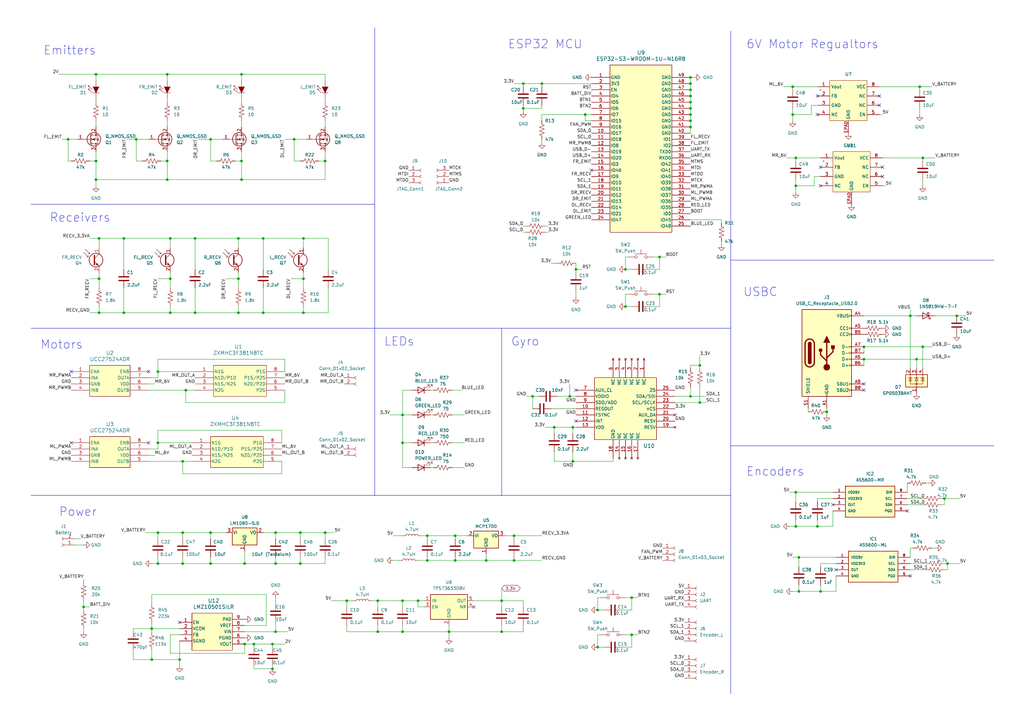
<source format=kicad_sch>
(kicad_sch (version 20230121) (generator eeschema)
  (paper "A3")
  (junction (at 325.12 35.56))
  (junction (at 62.23 257.81))
  (junction (at 64.77 218.44))
  (junction (at 175.26 219.71))
  (junction (at 245.11 250.19))
  (junction (at 64.77 231.14))
  (junction (at 97.79 97.79))
  (junction (at 205.74 259.08))
  (junction (at 270.51 105.41))
  (junction (at 69.85 97.79))
  (junction (at 113.03 259.08))
  (junction (at 234.95 175.26))
  (junction (at 27.94 57.15))
  (junction (at 378.46 64.77))
  (junction (at 354.33 142.24))
  (junction (at 80.01 128.27))
  (junction (at 111.76 264.16))
  (junction (at 233.68 162.56))
  (junction (at 354.33 147.32))
  (junction (at 256.54 110.49))
  (junction (at 133.35 218.44))
  (junction (at 218.44 162.56))
  (junction (at 113.03 231.14))
  (junction (at 86.36 218.44))
  (junction (at 76.2 160.02))
  (junction (at 124.46 114.3))
  (junction (at 97.79 114.3))
  (junction (at 388.62 231.14))
  (junction (at 123.19 218.44))
  (junction (at 107.95 97.79))
  (junction (at 142.24 246.38))
  (junction (at 240.03 46.99))
  (junction (at 184.15 259.08))
  (junction (at 69.85 128.27))
  (junction (at 259.08 260.35))
  (junction (at 214.63 44.45))
  (junction (at 326.39 201.93))
  (junction (at 283.21 162.56))
  (junction (at 113.03 218.44))
  (junction (at 222.25 34.29))
  (junction (at 68.58 73.66))
  (junction (at 64.77 152.4))
  (junction (at 124.46 128.27))
  (junction (at 375.92 147.32))
  (junction (at 175.26 229.87))
  (junction (at 256.54 125.73))
  (junction (at 55.88 57.15))
  (junction (at 69.85 114.3))
  (junction (at 287.02 149.86))
  (junction (at 210.82 229.87))
  (junction (at 74.93 218.44))
  (junction (at 120.65 57.15))
  (junction (at 99.06 30.48))
  (junction (at 283.21 41.91))
  (junction (at 270.51 120.65))
  (junction (at 325.12 46.99))
  (junction (at 326.39 64.77))
  (junction (at 50.8 128.27))
  (junction (at 50.8 97.79))
  (junction (at 205.74 246.38))
  (junction (at 111.76 274.32))
  (junction (at 165.1 259.08))
  (junction (at 234.95 189.23))
  (junction (at 283.21 31.75))
  (junction (at 171.45 246.38))
  (junction (at 40.64 128.27))
  (junction (at 326.39 215.9))
  (junction (at 377.19 35.56))
  (junction (at 378.46 142.24))
  (junction (at 165.1 246.38))
  (junction (at 73.66 270.51))
  (junction (at 99.06 73.66))
  (junction (at 283.21 39.37))
  (junction (at 373.38 129.54))
  (junction (at 86.36 231.14))
  (junction (at 283.21 44.45))
  (junction (at 335.28 215.9))
  (junction (at 327.66 242.57))
  (junction (at 283.21 52.07))
  (junction (at 336.55 242.57))
  (junction (at 68.58 30.48))
  (junction (at 283.21 34.29))
  (junction (at 186.69 229.87))
  (junction (at 64.77 181.61))
  (junction (at 199.39 229.87))
  (junction (at 74.93 189.23))
  (junction (at 214.63 34.29))
  (junction (at 283.21 46.99))
  (junction (at 34.29 248.92))
  (junction (at 68.58 66.04))
  (junction (at 210.82 219.71))
  (junction (at 186.69 219.71))
  (junction (at 74.93 231.14))
  (junction (at 40.64 114.3))
  (junction (at 123.19 231.14))
  (junction (at 80.01 97.79))
  (junction (at 100.33 231.14))
  (junction (at 392.43 129.54))
  (junction (at 99.06 66.04))
  (junction (at 40.64 97.79))
  (junction (at 124.46 97.79))
  (junction (at 165.1 181.61))
  (junction (at 154.94 246.38))
  (junction (at 104.14 264.16))
  (junction (at 107.95 128.27))
  (junction (at 39.37 73.66))
  (junction (at 227.33 175.26))
  (junction (at 133.35 66.04))
  (junction (at 245.11 265.43))
  (junction (at 387.35 204.47))
  (junction (at 326.39 76.2))
  (junction (at 154.94 259.08))
  (junction (at 86.36 57.15))
  (junction (at 287.02 165.1))
  (junction (at 259.08 245.11))
  (junction (at 62.23 270.51))
  (junction (at 97.79 128.27))
  (junction (at 165.1 170.18))
  (junction (at 283.21 36.83))
  (junction (at 39.37 66.04))
  (junction (at 236.22 110.49))
  (junction (at 339.09 168.91))
  (junction (at 327.66 228.6))
  (junction (at 283.21 49.53))
  (junction (at 39.37 30.48))
  (junction (at 100.33 264.16))
  (no_connect (at 236.22 172.72))
  (no_connect (at 372.11 209.55))
  (no_connect (at 361.95 68.58))
  (no_connect (at 360.68 43.18))
  (no_connect (at 341.63 207.01))
  (no_connect (at 236.22 160.02))
  (no_connect (at 361.95 72.39))
  (no_connect (at 354.33 157.48))
  (no_connect (at 60.96 181.61))
  (no_connect (at 360.68 39.37))
  (no_connect (at 194.31 248.92))
  (no_connect (at 60.96 152.4))
  (no_connect (at 335.28 46.99))
  (no_connect (at 29.21 181.61))
  (no_connect (at 336.55 76.2))
  (no_connect (at 29.21 152.4))
  (no_connect (at 354.33 160.02))
  (no_connect (at 73.66 255.27))
  (no_connect (at 335.28 39.37))
  (no_connect (at 342.9 233.68))
  (no_connect (at 276.86 170.18))
  (no_connect (at 373.38 236.22))
  (no_connect (at 242.57 69.85))
  (no_connect (at 336.55 68.58))
  (no_connect (at -314.96 54.61))
  (wire (pts (xy 52.07 57.15) (xy 55.88 57.15)))
  (wire (pts (xy 144.78 246.38) (xy 142.24 246.38)))
  (wire (pts (xy 228.6 162.56) (xy 233.68 162.56)))
  (wire (pts (xy 161.29 229.87) (xy 163.83 229.87)))
  (wire (pts (xy 133.35 40.64) (xy 133.35 41.91)))
  (wire (pts (xy 388.62 231.14) (xy 393.7 231.14)))
  (wire (pts (xy 76.2 160.02) (xy 80.01 160.02)))
  (wire (pts (xy 60.96 184.15) (xy 64.77 184.15)))
  (wire (pts (xy 100.33 267.97) (xy 100.33 264.16)))
  (wire (pts (xy 39.37 49.53) (xy 39.37 52.07)))
  (wire (pts (xy 339.09 170.18) (xy 339.09 168.91)))
  (wire (pts (xy 240.03 49.53) (xy 240.03 46.99)))
  (wire (pts (xy 40.64 128.27) (xy 50.8 128.27)))
  (wire (pts (xy 60.96 154.94) (xy 64.77 154.94)))
  (wire (pts (xy 240.03 46.99) (xy 242.57 46.99)))
  (wire (pts (xy 97.79 125.73) (xy 97.79 128.27)))
  (wire (pts (xy 133.35 218.44) (xy 137.16 218.44)))
  (wire (pts (xy 184.15 256.54) (xy 184.15 259.08)))
  (wire (pts (xy 194.31 246.38) (xy 205.74 246.38)))
  (wire (pts (xy 68.58 66.04) (xy 68.58 73.66)))
  (wire (pts (xy 245.11 250.19) (xy 247.65 250.19)))
  (wire (pts (xy 332.74 43.18) (xy 335.28 43.18)))
  (wire (pts (xy 354.33 129.54) (xy 373.38 129.54)))
  (wire (pts (xy 80.01 97.79) (xy 97.79 97.79)))
  (wire (pts (xy 283.21 46.99) (xy 283.21 49.53)))
  (wire (pts (xy 92.71 114.3) (xy 97.79 114.3)))
  (wire (pts (xy 100.33 226.06) (xy 100.33 231.14)))
  (wire (pts (xy 116.84 147.32) (xy 116.84 152.4)))
  (wire (pts (xy 210.82 219.71) (xy 222.25 219.71)))
  (wire (pts (xy 372.11 204.47) (xy 378.46 204.47)))
  (wire (pts (xy 325.12 49.53) (xy 325.12 46.99)))
  (wire (pts (xy 165.1 256.54) (xy 165.1 259.08)))
  (wire (pts (xy 69.85 114.3) (xy 69.85 118.11)))
  (wire (pts (xy 214.63 34.29) (xy 214.63 35.56)))
  (wire (pts (xy 327.66 242.57) (xy 336.55 242.57)))
  (wire (pts (xy 161.29 219.71) (xy 165.1 219.71)))
  (wire (pts (xy 378.46 73.66) (xy 378.46 76.2)))
  (wire (pts (xy 283.21 36.83) (xy 283.21 39.37)))
  (wire (pts (xy 378.46 142.24) (xy 382.27 142.24)))
  (wire (pts (xy 107.95 218.44) (xy 113.03 218.44)))
  (wire (pts (xy 113.03 228.6) (xy 113.03 231.14)))
  (wire (pts (xy 69.85 111.76) (xy 69.85 114.3)))
  (wire (pts (xy 165.1 160.02) (xy 168.91 160.02)))
  (wire (pts (xy 64.77 152.4) (xy 64.77 154.94)))
  (wire (pts (xy 104.14 265.43) (xy 104.14 264.16)))
  (wire (pts (xy 113.03 259.08) (xy 118.11 259.08)))
  (wire (pts (xy 388.62 233.68) (xy 387.35 233.68)))
  (wire (pts (xy 123.19 218.44) (xy 113.03 218.44)))
  (wire (pts (xy 259.08 260.35) (xy 259.08 265.43)))
  (wire (pts (xy 36.83 66.04) (xy 39.37 66.04)))
  (wire (pts (xy 86.36 218.44) (xy 92.71 218.44)))
  (wire (pts (xy 223.52 95.25) (xy 224.79 95.25)))
  (wire (pts (xy 62.23 231.14) (xy 64.77 231.14)))
  (wire (pts (xy 40.64 111.76) (xy 40.64 114.3)))
  (wire (pts (xy 323.85 215.9) (xy 326.39 215.9)))
  (wire (pts (xy 30.48 220.98) (xy 33.02 220.98)))
  (wire (pts (xy 73.66 260.35) (xy 69.85 260.35)))
  (wire (pts (xy 50.8 128.27) (xy 69.85 128.27)))
  (wire (pts (xy 116.84 165.1) (xy 76.2 165.1)))
  (wire (pts (xy 210.82 219.71) (xy 210.82 220.98)))
  (wire (pts (xy 86.36 57.15) (xy 86.36 66.04)))
  (wire (pts (xy 111.76 264.16) (xy 116.84 264.16)))
  (polyline (pts (xy 299.72 252.73) (xy 299.72 284.48)))
  (wire (pts (xy 39.37 66.04) (xy 39.37 62.23)))
  (wire (pts (xy 173.99 248.92) (xy 171.45 248.92)))
  (wire (pts (xy 335.28 215.9) (xy 335.28 213.36)))
  (wire (pts (xy 375.92 147.32) (xy 382.27 147.32)))
  (wire (pts (xy 100.33 231.14) (xy 86.36 231.14)))
  (wire (pts (xy 259.08 260.35) (xy 261.62 260.35)))
  (wire (pts (xy 27.94 57.15) (xy 27.94 66.04)))
  (wire (pts (xy 63.5 186.69) (xy 60.96 186.69)))
  (polyline (pts (xy 205.74 203.2) (xy 299.72 203.2)))
  (wire (pts (xy 214.63 248.92) (xy 214.63 246.38)))
  (wire (pts (xy 255.27 265.43) (xy 259.08 265.43)))
  (wire (pts (xy 69.85 260.35) (xy 69.85 267.97)))
  (wire (pts (xy 222.25 46.99) (xy 240.03 46.99)))
  (wire (pts (xy 185.42 160.02) (xy 189.23 160.02)))
  (wire (pts (xy 214.63 95.25) (xy 215.9 95.25)))
  (wire (pts (xy 326.39 213.36) (xy 326.39 215.9)))
  (wire (pts (xy 283.21 41.91) (xy 283.21 44.45)))
  (wire (pts (xy 64.77 181.61) (xy 64.77 176.53)))
  (wire (pts (xy 99.06 40.64) (xy 99.06 41.91)))
  (wire (pts (xy 142.24 256.54) (xy 142.24 259.08)))
  (wire (pts (xy 326.39 76.2) (xy 334.01 76.2)))
  (polyline (pts (xy 12.7 83.82) (xy 153.67 83.82)))
  (wire (pts (xy 175.26 219.71) (xy 186.69 219.71)))
  (wire (pts (xy 227.33 177.8) (xy 227.33 175.26)))
  (wire (pts (xy 234.95 189.23) (xy 234.95 185.42)))
  (wire (pts (xy 270.51 120.65) (xy 273.05 120.65)))
  (wire (pts (xy 205.74 246.38) (xy 214.63 246.38)))
  (wire (pts (xy 39.37 66.04) (xy 39.37 73.66)))
  (wire (pts (xy 199.39 227.33) (xy 199.39 229.87)))
  (wire (pts (xy 99.06 62.23) (xy 99.06 66.04)))
  (wire (pts (xy 123.19 228.6) (xy 123.19 231.14)))
  (wire (pts (xy 205.74 256.54) (xy 205.74 259.08)))
  (wire (pts (xy 68.58 30.48) (xy 68.58 33.02)))
  (wire (pts (xy 109.22 243.84) (xy 109.22 256.54)))
  (polyline (pts (xy 12.7 134.62) (xy 205.74 134.62)))
  (wire (pts (xy 165.1 181.61) (xy 165.1 191.77)))
  (wire (pts (xy 372.11 198.12) (xy 372.11 201.93)))
  (wire (pts (xy 255.27 250.19) (xy 259.08 250.19)))
  (wire (pts (xy 270.51 105.41) (xy 270.51 110.49)))
  (wire (pts (xy 295.91 99.06) (xy 295.91 100.33)))
  (wire (pts (xy 133.35 30.48) (xy 133.35 33.02)))
  (wire (pts (xy 165.1 246.38) (xy 171.45 246.38)))
  (wire (pts (xy 123.19 231.14) (xy 113.03 231.14)))
  (wire (pts (xy 354.33 147.32) (xy 354.33 149.86)))
  (wire (pts (xy 222.25 34.29) (xy 222.25 35.56)))
  (wire (pts (xy 245.11 265.43) (xy 247.65 265.43)))
  (wire (pts (xy 234.95 175.26) (xy 236.22 175.26)))
  (wire (pts (xy 63.5 157.48) (xy 60.96 157.48)))
  (wire (pts (xy 373.38 233.68) (xy 379.73 233.68)))
  (wire (pts (xy 354.33 142.24) (xy 378.46 142.24)))
  (polyline (pts (xy 299.72 12.7) (xy 299.72 134.62)))
  (wire (pts (xy 54.61 270.51) (xy 54.61 266.7)))
  (wire (pts (xy 74.93 228.6) (xy 74.93 231.14)))
  (wire (pts (xy 74.93 194.31) (xy 74.93 189.23)))
  (wire (pts (xy 116.84 57.15) (xy 120.65 57.15)))
  (wire (pts (xy 69.85 128.27) (xy 80.01 128.27)))
  (wire (pts (xy 165.1 181.61) (xy 165.1 170.18)))
  (wire (pts (xy 283.21 52.07) (xy 283.21 54.61)))
  (wire (pts (xy 133.35 66.04) (xy 133.35 73.66)))
  (wire (pts (xy 54.61 257.81) (xy 62.23 257.81)))
  (wire (pts (xy 326.39 215.9) (xy 335.28 215.9)))
  (wire (pts (xy 176.53 191.77) (xy 177.8 191.77)))
  (wire (pts (xy 69.85 267.97) (xy 100.33 267.97)))
  (wire (pts (xy 176.53 181.61) (xy 177.8 181.61)))
  (wire (pts (xy 199.39 229.87) (xy 210.82 229.87)))
  (wire (pts (xy 160.02 170.18) (xy 165.1 170.18)))
  (wire (pts (xy 186.69 219.71) (xy 186.69 220.98)))
  (wire (pts (xy 39.37 40.64) (xy 39.37 41.91)))
  (wire (pts (xy 50.8 97.79) (xy 69.85 97.79)))
  (wire (pts (xy 283.21 31.75) (xy 283.21 34.29)))
  (wire (pts (xy 361.95 76.2) (xy 363.22 76.2)))
  (wire (pts (xy 86.36 231.14) (xy 74.93 231.14)))
  (wire (pts (xy 210.82 229.87) (xy 222.25 229.87)))
  (wire (pts (xy 64.77 231.14) (xy 74.93 231.14)))
  (wire (pts (xy 133.35 66.04) (xy 133.35 62.23)))
  (wire (pts (xy 325.12 35.56) (xy 325.12 36.83)))
  (wire (pts (xy 64.77 114.3) (xy 69.85 114.3)))
  (wire (pts (xy 99.06 66.04) (xy 99.06 73.66)))
  (wire (pts (xy 99.06 30.48) (xy 133.35 30.48)))
  (wire (pts (xy 116.84 160.02) (xy 116.84 165.1)))
  (wire (pts (xy 342.9 242.57) (xy 336.55 242.57)))
  (wire (pts (xy 186.69 228.6) (xy 186.69 229.87)))
  (wire (pts (xy 111.76 265.43) (xy 111.76 264.16)))
  (wire (pts (xy 236.22 107.95) (xy 236.22 110.49)))
  (wire (pts (xy 283.21 151.13) (xy 283.21 149.86)))
  (wire (pts (xy 62.23 255.27) (xy 62.23 257.81)))
  (wire (pts (xy 287.02 149.86) (xy 287.02 151.13)))
  (wire (pts (xy 133.35 228.6) (xy 133.35 231.14)))
  (wire (pts (xy 154.94 256.54) (xy 154.94 259.08)))
  (wire (pts (xy 227.33 175.26) (xy 234.95 175.26)))
  (wire (pts (xy 378.46 142.24) (xy 378.46 151.13)))
  (polyline (pts (xy 299.72 182.88) (xy 407.67 182.88)))
  (wire (pts (xy 223.52 175.26) (xy 227.33 175.26)))
  (wire (pts (xy 336.55 231.14) (xy 342.9 231.14)))
  (wire (pts (xy 176.53 160.02) (xy 177.8 160.02)))
  (wire (pts (xy 210.82 34.29) (xy 214.63 34.29)))
  (wire (pts (xy 373.38 129.54) (xy 373.38 151.13)))
  (wire (pts (xy 73.66 270.51) (xy 73.66 273.05)))
  (wire (pts (xy 360.68 46.99) (xy 361.95 46.99)))
  (wire (pts (xy 39.37 30.48) (xy 68.58 30.48)))
  (wire (pts (xy 234.95 177.8) (xy 234.95 175.26)))
  (wire (pts (xy 185.42 170.18) (xy 190.5 170.18)))
  (wire (pts (xy 266.7 110.49) (xy 270.51 110.49)))
  (wire (pts (xy 327.66 228.6) (xy 342.9 228.6)))
  (wire (pts (xy 39.37 30.48) (xy 39.37 33.02)))
  (wire (pts (xy 245.11 245.11) (xy 245.11 250.19)))
  (wire (pts (xy 375.92 147.32) (xy 375.92 151.13)))
  (wire (pts (xy 124.46 114.3) (xy 124.46 118.11)))
  (wire (pts (xy 222.25 44.45) (xy 222.25 43.18)))
  (wire (pts (xy 86.36 218.44) (xy 86.36 220.98)))
  (wire (pts (xy 68.58 66.04) (xy 68.58 62.23)))
  (wire (pts (xy 373.38 127) (xy 373.38 129.54)))
  (wire (pts (xy 60.96 189.23) (xy 74.93 189.23)))
  (wire (pts (xy 154.94 246.38) (xy 165.1 246.38)))
  (wire (pts (xy 321.31 35.56) (xy 325.12 35.56)))
  (polyline (pts (xy 153.67 134.62) (xy 153.67 203.2)))
  (wire (pts (xy 134.62 118.11) (xy 134.62 128.27)))
  (wire (pts (xy 267.97 120.65) (xy 270.51 120.65)))
  (wire (pts (xy 342.9 236.22) (xy 342.9 242.57)))
  (wire (pts (xy 334.01 76.2) (xy 334.01 72.39)))
  (wire (pts (xy 68.58 73.66) (xy 99.06 73.66)))
  (wire (pts (xy 270.51 120.65) (xy 270.51 125.73)))
  (wire (pts (xy 226.06 167.64) (xy 236.22 167.64)))
  (wire (pts (xy 256.54 105.41) (xy 256.54 110.49)))
  (wire (pts (xy 60.96 160.02) (xy 76.2 160.02)))
  (wire (pts (xy 154.94 246.38) (xy 154.94 248.92)))
  (wire (pts (xy 388.62 231.14) (xy 387.35 231.14)))
  (wire (pts (xy 256.54 105.41) (xy 257.81 105.41)))
  (wire (pts (xy 222.25 34.29) (xy 242.57 34.29)))
  (wire (pts (xy 107.95 97.79) (xy 124.46 97.79)))
  (wire (pts (xy 97.79 97.79) (xy 97.79 101.6)))
  (wire (pts (xy 74.93 218.44) (xy 74.93 220.98)))
  (wire (pts (xy 113.03 255.27) (xy 113.03 259.08)))
  (wire (pts (xy 186.69 229.87) (xy 199.39 229.87)))
  (wire (pts (xy 119.38 114.3) (xy 124.46 114.3)))
  (wire (pts (xy 99.06 49.53) (xy 99.06 52.07)))
  (wire (pts (xy 64.77 220.98) (xy 64.77 218.44)))
  (wire (pts (xy 124.46 128.27) (xy 134.62 128.27)))
  (wire (pts (xy 142.24 259.08) (xy 154.94 259.08)))
  (wire (pts (xy 111.76 274.32) (xy 111.76 273.05)))
  (wire (pts (xy 325.12 228.6) (xy 327.66 228.6)))
  (wire (pts (xy 266.7 125.73) (xy 270.51 125.73)))
  (wire (pts (xy 214.63 44.45) (xy 214.63 43.18)))
  (wire (pts (xy 175.26 229.87) (xy 186.69 229.87)))
  (wire (pts (xy 378.46 64.77) (xy 378.46 66.04)))
  (wire (pts (xy 100.33 264.16) (xy 104.14 264.16)))
  (wire (pts (xy 214.63 259.08) (xy 205.74 259.08)))
  (wire (pts (xy 80.01 97.79) (xy 69.85 97.79)))
  (wire (pts (xy 233.68 162.56) (xy 236.22 162.56)))
  (wire (pts (xy 283.21 158.75) (xy 283.21 162.56)))
  (wire (pts (xy 382.27 224.79) (xy 383.54 224.79)))
  (wire (pts (xy 339.09 168.91) (xy 339.09 167.64)))
  (wire (pts (xy 34.29 246.38) (xy 34.29 248.92)))
  (wire (pts (xy 123.19 220.98) (xy 123.19 218.44)))
  (wire (pts (xy 226.06 107.95) (xy 228.6 107.95)))
  (wire (pts (xy 115.57 176.53) (xy 115.57 181.61)))
  (wire (pts (xy 73.66 257.81) (xy 62.23 257.81)))
  (wire (pts (xy 222.25 49.53) (xy 222.25 46.99)))
  (wire (pts (xy 25.4 57.15) (xy 27.94 57.15)))
  (wire (pts (xy 392.43 129.54) (xy 396.24 129.54)))
  (wire (pts (xy 123.19 218.44) (xy 133.35 218.44)))
  (wire (pts (xy 336.55 242.57) (xy 336.55 240.03)))
  (wire (pts (xy 287.02 165.1) (xy 276.86 165.1)))
  (wire (pts (xy 387.35 204.47) (xy 386.08 204.47)))
  (wire (pts (xy 109.22 256.54) (xy 100.33 256.54)))
  (wire (pts (xy 378.46 64.77) (xy 383.54 64.77)))
  (wire (pts (xy 27.94 66.04) (xy 29.21 66.04)))
  (wire (pts (xy 133.35 218.44) (xy 133.35 220.98)))
  (wire (pts (xy 54.61 259.08) (xy 54.61 257.81)))
  (wire (pts (xy 152.4 246.38) (xy 154.94 246.38)))
  (wire (pts (xy 295.91 90.17) (xy 295.91 91.44)))
  (wire (pts (xy 165.1 181.61) (xy 168.91 181.61)))
  (wire (pts (xy 251.46 187.96) (xy 251.46 189.23)))
  (wire (pts (xy 34.29 248.92) (xy 36.83 248.92)))
  (wire (pts (xy 326.39 73.66) (xy 326.39 76.2)))
  (wire (pts (xy 115.57 189.23) (xy 115.57 194.31)))
  (wire (pts (xy 383.54 129.54) (xy 392.43 129.54)))
  (wire (pts (xy 236.22 110.49) (xy 238.76 110.49)))
  (wire (pts (xy 36.83 114.3) (xy 40.64 114.3)))
  (wire (pts (xy 245.11 260.35) (xy 245.11 265.43)))
  (wire (pts (xy 62.23 270.51) (xy 73.66 270.51)))
  (wire (pts (xy 387.35 204.47) (xy 393.7 204.47)))
  (wire (pts (xy 55.88 57.15) (xy 60.96 57.15)))
  (wire (pts (xy 74.93 218.44) (xy 86.36 218.44)))
  (wire (pts (xy 86.36 228.6) (xy 86.36 231.14)))
  (wire (pts (xy 331.47 167.64) (xy 331.47 168.91)))
  (wire (pts (xy 176.53 170.18) (xy 177.8 170.18)))
  (wire (pts (xy 283.21 90.17) (xy 295.91 90.17)))
  (wire (pts (xy 184.15 259.08) (xy 205.74 259.08)))
  (wire (pts (xy 335.28 204.47) (xy 341.63 204.47)))
  (wire (pts (xy 36.83 97.79) (xy 40.64 97.79)))
  (wire (pts (xy 335.28 205.74) (xy 335.28 204.47)))
  (wire (pts (xy 124.46 97.79) (xy 124.46 101.6)))
  (wire (pts (xy 120.65 66.04) (xy 123.19 66.04)))
  (wire (pts (xy 205.74 241.3) (xy 205.74 246.38)))
  (polyline (pts (xy 299.72 106.68) (xy 407.67 106.68)))
  (wire (pts (xy 234.95 189.23) (xy 234.95 191.77)))
  (wire (pts (xy 215.9 162.56) (xy 218.44 162.56)))
  (wire (pts (xy 378.46 64.77) (xy 361.95 64.77)))
  (wire (pts (xy 27.94 57.15) (xy 31.75 57.15)))
  (wire (pts (xy 175.26 220.98) (xy 175.26 219.71)))
  (wire (pts (xy 373.38 224.79) (xy 373.38 228.6)))
  (wire (pts (xy 381 198.12) (xy 379.73 198.12)))
  (wire (pts (xy 372.11 207.01) (xy 378.46 207.01)))
  (wire (pts (xy 97.79 114.3) (xy 97.79 118.11)))
  (wire (pts (xy 185.42 191.77) (xy 190.5 191.77)))
  (wire (pts (xy 107.95 110.49) (xy 107.95 97.79)))
  (wire (pts (xy 354.33 147.32) (xy 375.92 147.32)))
  (wire (pts (xy 227.33 189.23) (xy 234.95 189.23)))
  (wire (pts (xy 377.19 35.56) (xy 382.27 35.56)))
  (wire (pts (xy 222.25 57.15) (xy 222.25 58.42)))
  (wire (pts (xy 54.61 270.51) (xy 62.23 270.51)))
  (wire (pts (xy 171.45 229.87) (xy 175.26 229.87)))
  (wire (pts (xy 218.44 162.56) (xy 220.98 162.56)))
  (wire (pts (xy 214.63 44.45) (xy 222.25 44.45)))
  (polyline (pts (xy 205.74 134.62) (xy 205.74 203.2)))
  (wire (pts (xy 256.54 125.73) (xy 259.08 125.73)))
  (wire (pts (xy 120.65 57.15) (xy 125.73 57.15)))
  (wire (pts (xy 218.44 162.56) (xy 218.44 167.64)))
  (wire (pts (xy 283.21 34.29) (xy 283.21 36.83)))
  (wire (pts (xy 133.35 49.53) (xy 133.35 52.07)))
  (wire (pts (xy 332.74 46.99) (xy 332.74 43.18)))
  (wire (pts (xy 233.68 157.48) (xy 233.68 162.56)))
  (wire (pts (xy 323.85 201.93) (xy 326.39 201.93)))
  (polyline (pts (xy 299.72 203.2) (xy 299.72 252.73)))
  (wire (pts (xy 62.23 266.7) (xy 62.23 270.51)))
  (wire (pts (xy 242.57 49.53) (xy 240.03 49.53)))
  (wire (pts (xy 64.77 152.4) (xy 80.01 152.4)))
  (wire (pts (xy 62.23 243.84) (xy 109.22 243.84)))
  (wire (pts (xy 34.29 259.08) (xy 34.29 257.81)))
  (wire (pts (xy 113.03 231.14) (xy 100.33 231.14)))
  (wire (pts (xy 171.45 248.92) (xy 171.45 246.38)))
  (wire (pts (xy 97.79 111.76) (xy 97.79 114.3)))
  (wire (pts (xy 124.46 111.76) (xy 124.46 114.3)))
  (wire (pts (xy 373.38 129.54) (xy 375.92 129.54)))
  (wire (pts (xy 283.21 39.37) (xy 283.21 41.91)))
  (wire (pts (xy 227.33 185.42) (xy 227.33 189.23)))
  (wire (pts (xy 387.35 207.01) (xy 386.08 207.01)))
  (wire (pts (xy 259.08 245.11) (xy 261.62 245.11)))
  (wire (pts (xy 142.24 246.38) (xy 142.24 248.92)))
  (wire (pts (xy 135.89 246.38) (xy 142.24 246.38)))
  (wire (pts (xy 205.74 246.38) (xy 205.74 248.92)))
  (wire (pts (xy 245.11 245.11) (xy 246.38 245.11)))
  (wire (pts (xy 120.65 57.15) (xy 120.65 66.04)))
  (wire (pts (xy 326.39 201.93) (xy 341.63 201.93)))
  (wire (pts (xy 40.64 125.73) (xy 40.64 128.27)))
  (wire (pts (xy 107.95 118.11) (xy 107.95 128.27)))
  (wire (pts (xy 113.03 245.11) (xy 113.03 247.65)))
  (wire (pts (xy 76.2 165.1) (xy 76.2 160.02)))
  (wire (pts (xy 283.21 49.53) (xy 283.21 52.07)))
  (wire (pts (xy 39.37 73.66) (xy 39.37 76.2)))
  (wire (pts (xy 184.15 259.08) (xy 184.15 261.62)))
  (wire (pts (xy 256.54 110.49) (xy 259.08 110.49)))
  (wire (pts (xy 107.95 97.79) (xy 97.79 97.79)))
  (wire (pts (xy 104.14 273.05) (xy 104.14 274.32)))
  (wire (pts (xy 207.01 219.71) (xy 210.82 219.71)))
  (wire (pts (xy 165.1 246.38) (xy 165.1 248.92)))
  (wire (pts (xy 68.58 49.53) (xy 68.58 52.07)))
  (wire (pts (xy 66.04 66.04) (xy 68.58 66.04)))
  (wire (pts (xy 322.58 64.77) (xy 326.39 64.77)))
  (wire (pts (xy 130.81 66.04) (xy 133.35 66.04)))
  (wire (pts (xy 214.63 256.54) (xy 214.63 259.08)))
  (wire (pts (xy 214.63 92.71) (xy 215.9 92.71)))
  (wire (pts (xy 36.83 128.27) (xy 40.64 128.27)))
  (wire (pts (xy 341.63 215.9) (xy 335.28 215.9)))
  (wire (pts (xy 99.06 30.48) (xy 99.06 33.02)))
  (wire (pts (xy 30.48 223.52) (xy 34.29 223.52)))
  (wire (pts (xy 172.72 219.71) (xy 175.26 219.71)))
  (wire (pts (xy 113.03 259.08) (xy 100.33 259.08)))
  (wire (pts (xy 24.13 30.48) (xy 39.37 30.48)))
  (wire (pts (xy 50.8 97.79) (xy 40.64 97.79)))
  (wire (pts (xy 40.64 114.3) (xy 40.64 118.11)))
  (wire (pts (xy 325.12 44.45) (xy 325.12 46.99)))
  (wire (pts (xy 165.1 191.77) (xy 168.91 191.77)))
  (polyline (pts (xy 205.74 134.62) (xy 299.72 134.62)))
  (wire (pts (xy 69.85 125.73) (xy 69.85 128.27)))
  (wire (pts (xy 289.56 162.56) (xy 283.21 162.56)))
  (wire (pts (xy 74.93 189.23) (xy 78.74 189.23)))
  (wire (pts (xy 326.39 64.77) (xy 326.39 66.04)))
  (wire (pts (xy 327.66 240.03) (xy 327.66 242.57)))
  (wire (pts (xy 256.54 120.65) (xy 256.54 125.73)))
  (wire (pts (xy 289.56 165.1) (xy 287.02 165.1)))
  (wire (pts (xy 154.94 259.08) (xy 165.1 259.08)))
  (wire (pts (xy 104.14 274.32) (xy 111.76 274.32)))
  (wire (pts (xy 283.21 162.56) (xy 276.86 162.56)))
  (wire (pts (xy 175.26 228.6) (xy 175.26 229.87)))
  (wire (pts (xy 104.14 264.16) (xy 111.76 264.16)))
  (wire (pts (xy 270.51 105.41) (xy 273.05 105.41)))
  (wire (pts (xy 287.02 146.05) (xy 287.02 149.86)))
  (wire (pts (xy 86.36 66.04) (xy 88.9 66.04)))
  (wire (pts (xy 210.82 228.6) (xy 210.82 229.87)))
  (wire (pts (xy 387.35 207.01) (xy 387.35 204.47)))
  (wire (pts (xy 214.63 45.72) (xy 214.63 44.45)))
  (wire (pts (xy 86.36 57.15) (xy 91.44 57.15)))
  (wire (pts (xy 165.1 259.08) (xy 184.15 259.08)))
  (wire (pts (xy 256.54 260.35) (xy 259.08 260.35)))
  (wire (pts (xy 99.06 73.66) (xy 133.35 73.66)))
  (wire (pts (xy 214.63 34.29) (xy 222.25 34.29)))
  (wire (pts (xy 236.22 111.76) (xy 236.22 110.49)))
  (wire (pts (xy 283.21 149.86) (xy 287.02 149.86)))
  (wire (pts (xy 50.8 118.11) (xy 50.8 128.27)))
  (wire (pts (xy 374.65 224.79) (xy 373.38 224.79)))
  (wire (pts (xy 113.03 218.44) (xy 113.03 220.98)))
  (wire (pts (xy 64.77 181.61) (xy 78.74 181.61)))
  (wire (pts (xy 134.62 110.49) (xy 134.62 97.79)))
  (polyline (pts (xy 153.67 83.82) (xy 153.67 134.62)))
  (wire (pts (xy 283.21 31.75) (xy 284.48 31.75)))
  (wire (pts (xy 62.23 247.65) (xy 62.23 243.84)))
  (wire (pts (xy 133.35 231.14) (xy 123.19 231.14)))
  (wire (pts (xy 80.01 118.11) (xy 80.01 128.27)))
  (wire (pts (xy 55.88 57.15) (xy 55.88 66.04)))
  (wire (pts (xy 245.11 260.35) (xy 246.38 260.35)))
  (wire (pts (xy 80.01 110.49) (xy 80.01 97.79)))
  (wire (pts (xy 354.33 142.24) (xy 354.33 144.78)))
  (wire (pts (xy 377.19 44.45) (xy 377.19 46.99)))
  (wire (pts (xy 267.97 105.41) (xy 270.51 105.41)))
  (polyline (pts (xy 299.72 134.62) (xy 299.72 203.2)))
  (wire (pts (xy 40.64 97.79) (xy 40.64 101.6)))
  (wire (pts (xy 185.42 181.61) (xy 190.5 181.61)))
  (wire (pts (xy 259.08 245.11) (xy 259.08 250.19)))
  (polyline (pts (xy 12.7 203.2) (xy 205.74 203.2)))
  (wire (pts (xy 334.01 72.39) (xy 336.55 72.39)))
  (wire (pts (xy 287.02 158.75) (xy 287.02 165.1)))
  (wire (pts (xy 55.88 66.04) (xy 58.42 66.04)))
  (wire (pts (xy 171.45 246.38) (xy 173.99 246.38)))
  (wire (pts (xy 191.77 219.71) (xy 186.69 219.71)))
  (wire (pts (xy 64.77 152.4) (xy 64.77 147.32)))
  (wire (pts (xy 64.77 147.32) (xy 116.84 147.32)))
  (wire (pts (xy 80.01 128.27) (xy 97.79 128.27)))
  (wire (pts (xy 64.77 218.44) (xy 74.93 218.44)))
  (wire (pts (xy 64.77 228.6) (xy 64.77 231.14)))
  (wire (pts (xy 50.8 110.49) (xy 50.8 97.79)))
  (wire (pts (xy 377.19 35.56) (xy 377.19 36.83)))
  (wire (pts (xy 325.12 46.99) (xy 332.74 46.99)))
  (wire (pts (xy 256.54 120.65) (xy 257.81 120.65)))
  (wire (pts (xy 64.77 176.53) (xy 115.57 176.53)))
  (wire (pts (xy 134.62 97.79) (xy 124.46 97.79)))
  (wire (pts (xy 251.46 189.23) (xy 234.95 189.23)))
  (wire (pts (xy 81.28 57.15) (xy 86.36 57.15)))
  (wire (pts (xy 165.1 160.02) (xy 165.1 170.18)))
  (wire (pts (xy 107.95 128.27) (xy 124.46 128.27)))
  (wire (pts (xy 223.52 92.71) (xy 224.79 92.71)))
  (wire (pts (xy 341.63 209.55) (xy 341.63 215.9)))
  (wire (pts (xy 165.1 170.18) (xy 168.91 170.18)))
  (wire (pts (xy 115.57 194.31) (xy 74.93 194.31)))
  (wire (pts (xy 327.66 228.6) (xy 327.66 232.41)))
  (wire (pts (xy 97.79 128.27) (xy 107.95 128.27)))
  (wire (pts (xy 34.29 248.92) (xy 34.29 250.19)))
  (wire (pts (xy 39.37 73.66) (xy 68.58 73.66)))
  (wire (pts (xy 373.38 231.14) (xy 379.73 231.14)))
  (wire (pts (xy 283.21 44.45) (xy 283.21 46.99)))
  (wire (pts (xy 326.39 64.77) (xy 336.55 64.77)))
  (wire (pts (xy 256.54 245.11) (xy 259.08 245.11)))
  (wire (pts (xy 124.46 125.73) (xy 124.46 128.27)))
  (wire (pts (xy 68.58 40.64) (xy 68.58 41.91)))
  (wire (pts (xy 326.39 201.93) (xy 326.39 205.74)))
  (polyline (pts (xy 153.67 11.43) (xy 153.67 83.82)))
  (wire (pts (xy 62.23 257.81) (xy 62.23 259.08)))
  (wire (pts (xy 377.19 35.56) (xy 360.68 35.56)))
  (wire (pts (xy 236.22 119.38) (xy 236.22 121.92)))
  (wire (pts (xy 73.66 262.89) (xy 73.66 270.51)))
  (wire (pts (xy 64.77 181.61) (xy 64.77 184.15)))
  (wire (pts (xy 325.12 35.56) (xy 335.28 35.56)))
  (wire (pts (xy 96.52 66.04) (xy 99.06 66.04)))
  (wire (pts (xy 68.58 30.48) (xy 99.06 30.48)))
  (wire (pts (xy 326.39 78.74) (xy 326.39 76.2)))
  (wire (pts (xy 34.29 237.49) (xy 34.29 238.76)))
  (wire (pts (xy 336.55 232.41) (xy 336.55 231.14)))
  (wire (pts (xy 325.12 242.57) (xy 327.66 242.57)))
  (wire (pts (xy 59.69 218.44) (xy 64.77 218.44)))
  (wire (pts (xy 69.85 97.79) (xy 69.85 101.6)))
  (wire (pts (xy 388.62 233.68) (xy 388.62 231.14)))
  (text "USBC\n" (at 304.8 121.92 0) (effects (font (size 3.5 3.5)) (justify left bottom)))
  (text "LEDs\n" (at 157.48 142.24 0) (effects (font (size 3.5 3.5)) (justify left bottom)))
  (text "Power" (at 24.13 212.09 0) (effects (font (size 3.5 3.5)) (justify left bottom)))
  (text "6V Motor Regualtors" (at 306.07 20.32 0) (effects (font (size 3.5 3.5)) (justify left bottom)))
  (text "Encoders" (at 306.07 195.58 0) (effects (font (size 3.5 3.5)) (justify left bottom)))
  (text "Emitters\n" (at 17.78 22.86 0) (effects (font (size 3.5 3.5)) (justify left bottom)))
  (text "Motors" (at 16.51 143.51 0) (effects (font (size 3.5 3.5)) (justify left bottom)))
  (text "Gyro\n" (at 209.55 142.24 0) (effects (font (size 3.5 3.5)) (justify left bottom)))
  (text "ESP32 MCU" (at 208.28 20.32 0) (effects (font (size 3.5 3.5)) (justify left bottom)))
  (text "Receivers" (at 20.32 91.44 0) (effects (font (size 3.5 3.5)) (justify left bottom)))
  (label "MTDO" (at 283.21 72.39 0))
  (label "5V" (at 280.67 241.3 180))
  (label "BTN1" (at 242.57 41.91 180))
  (label "GND" (at 78.74 186.69 180))
  (label "GND" (at 236.22 165.1 180))
  (label "MTDI" (at 167.64 72.39 180))
  (label "FR_EMIT" (at 242.57 67.31 180))
  (label "MR_PWMB" (at 242.57 59.69 180))
  (label "UART_TX" (at 280.67 248.92 180))
  (label "UART_RX" (at 280.67 246.38 180))
  (label "5V" (at 361.95 46.99 0))
  (label "3.3V" (at 280.67 255.27 180))
  (label "5V" (at 161.29 219.71 180))
  (label "3.3V" (at 224.79 95.25 0))
  (label "UART_TX" (at 283.21 62.23 0))
  (label "5V" (at 137.16 218.44 0))
  (label "USB_D+" (at 382.27 147.32 0))
  (label "FL_EMIT" (at 25.4 57.15 180))
  (label "GND" (at 29.21 186.69 180))
  (label "MR_PWMA" (at 283.21 77.47 0))
  (label "BATT_DIV" (at 242.57 39.37 180))
  (label "5V" (at 325.12 228.6 180))
  (label "5V" (at 393.7 204.47 0))
  (label "3.3V" (at 280.67 270.51 180))
  (label "USB_D-" (at 382.27 142.24 0))
  (label "GND" (at 167.64 69.85 180))
  (label "MTCK" (at 184.15 69.85 0))
  (label "V_BATTERY" (at 383.54 64.77 0))
  (label "FL_RECV" (at 283.21 57.15 0))
  (label "FR_EMIT" (at 52.07 57.15 270))
  (label "SCL_0" (at 214.63 95.25 180))
  (label "ML_6V" (at 321.31 35.56 180))
  (label "ML_OUT_A" (at 78.74 184.15 180))
  (label "V_BATTERY" (at 59.69 218.44 180))
  (label "GND" (at 280.67 262.89 180))
  (label "ML_6V" (at 63.5 186.69 0))
  (label "SDA_1" (at 280.67 260.35 180))
  (label "RST" (at 242.57 36.83 180))
  (label "SCL_0" (at 242.57 57.15 180))
  (label "SDA_0" (at 214.63 92.71 180))
  (label "V_BATTERY" (at 271.78 229.87 180))
  (label "MTMS" (at 283.21 67.31 0))
  (label "GND" (at 280.67 278.13 180))
  (label "3.3V" (at 276.86 167.64 0))
  (label "V_BATTERY" (at 34.29 237.49 180))
  (label "MR_6V" (at 63.5 157.48 0))
  (label "VBUS" (at 373.38 127 180))
  (label "SDA_0" (at 242.57 54.61 180))
  (label "BTN1" (at 261.62 245.11 0))
  (label "V_BATTERY" (at 382.27 35.56 0))
  (label "2V" (at 116.84 264.16 0))
  (label "SCL_0" (at 373.38 204.47 0))
  (label "SDA_0" (at 280.67 275.59 180))
  (label "GND" (at 80.01 157.48 180))
  (label "5V" (at 393.7 231.14 0))
  (label "ML_OUT_B" (at 140.97 186.69 180))
  (label "ML_PWMA" (at 283.21 82.55 0))
  (label "MR_PWMA" (at 29.21 154.94 180))
  (label "MR_OUT_B" (at 140.97 157.48 180))
  (label "BTN2" (at 242.57 44.45 180))
  (label "FL_EMIT" (at 283.21 59.69 0))
  (label "DL_RECV" (at 242.57 85.09 180))
  (label "MR_6V" (at 322.58 64.77 180))
  (label "RECV_3.3VA" (at 222.25 219.71 0))
  (label "UART_RX" (at 283.21 64.77 0))
  (label "SCL_1" (at 280.67 257.81 180))
  (label "SDA_1" (at 242.57 77.47 180))
  (label "FAN_PWM" (at 242.57 52.07 180))
  (label "SDA_1" (at 289.56 162.56 0))
  (label "DR_RECV" (at 242.57 80.01 180))
  (label "DL_EMIT" (at 116.84 57.15 270))
  (label "RST" (at 238.76 110.49 0))
  (label "3.3V" (at 160.02 170.18 180))
  (label "SDA_0" (at 373.38 207.01 0))
  (label "MR_PWMB" (at 29.21 160.02 180))
  (label "GND" (at 184.15 74.93 0))
  (label "5V" (at 363.22 76.2 0))
  (label "GND" (at 276.86 160.02 0))
  (label "GND" (at 234.95 191.77 180))
  (label "GREEN_LED" (at 190.5 170.18 0))
  (label "ML_OUT_B" (at 115.57 186.69 0))
  (label "DL_EMIT" (at 242.57 87.63 180))
  (label "BATT_DIV" (at 36.83 248.92 0))
  (label "RECV_GND" (at 36.83 128.27 180))
  (label "BLUE_LED" (at 189.23 160.02 0))
  (label "DR_EMIT" (at 81.28 57.15 270))
  (label "RED_LED" (at 283.21 85.09 0))
  (label "FR_RECV" (at 36.83 114.3 270))
  (label "SCL_1" (at 289.56 165.1 0))
  (label "3.3V" (at 210.82 34.29 180))
  (label "GND" (at 276.86 172.72 0))
  (label "SCL_1" (at 374.65 231.14 0))
  (label "ML_OUT_A" (at 140.97 184.15 180))
  (label "3.3V" (at 233.68 157.48 180))
  (label "SCL_1" (at 242.57 74.93 180))
  (label "BOOT" (at 283.21 87.63 0))
  (label "GND" (at 280.67 243.84 180))
  (label "5V" (at 323.85 201.93 180))
  (label "5V" (at 135.89 246.38 180))
  (label "USB_D-" (at 242.57 62.23 180))
  (label "DR_EMIT" (at 242.57 82.55 180))
  (label "GREEN_LED" (at 242.57 90.17 180))
  (label "FR_RECV" (at 242.57 72.39 180))
  (label "RED_LED" (at 190.5 181.61 0))
  (label "ML_PWMB" (at 29.21 189.23 180))
  (label "ML_PWMB" (at 283.21 80.01 0))
  (label "BTN2" (at 261.62 260.35 0))
  (label "3.3V" (at 287.02 146.05 0))
  (label "GND" (at 29.21 157.48 180))
  (label "RST" (at 273.05 120.65 0))
  (label "GND" (at 215.9 162.56 180))
  (label "V_BATTERY" (at 33.02 220.98 0))
  (label "DL_RECV" (at 119.38 114.3 270))
  (label "ML_6V" (at 115.57 184.15 0))
  (label "ML_PWMA" (at 29.21 184.15 180))
  (label "FAN_PWM" (at 271.78 227.33 180))
  (label "5V" (at 396.24 129.54 0))
  (label "5V" (at 118.11 259.08 0))
  (label "MR_OUT_A" (at 140.97 154.94 180))
  (label "FL_RECV" (at 64.77 114.3 270))
  (label "GND" (at 236.22 170.18 180))
  (label "3.3V" (at 223.52 175.26 180))
  (label "2V" (at 24.13 30.48 180))
  (label "GND" (at 190.5 191.77 0))
  (label "RECV_GND" (at 222.25 229.87 0))
  (label "MTMS" (at 184.15 72.39 0))
  (label "DR_RECV" (at 92.71 114.3 270))
  (label "USB_D+" (at 242.57 64.77 180))
  (label "MR_6V" (at 116.84 154.94 0))
  (label "3.3V" (at 226.06 107.95 180))
  (label "GND" (at 271.78 224.79 180))
  (label "MTCK" (at 283.21 74.93 0))
  (label "MTDI" (at 283.21 69.85 0))
  (label "RECV_3.3VA" (at 36.83 97.79 180))
  (label "3.3V" (at 224.79 92.71 0))
  (label "MR_OUT_A" (at 80.01 154.94 180))
  (label "SDA_1" (at 374.65 233.68 0))
  (label "MR_OUT_B" (at 116.84 157.48 0))
  (label "MTDO" (at 167.64 74.93 180))
  (label "BOOT" (at 273.05 105.41 0))
  (label "SCL_0" (at 280.67 273.05 180))
  (label "BLUE_LED" (at 283.21 92.71 0))
  (global_label "3.3V" (shape bidirectional) (at 205.74 241.3 0) (property "Intersheetrefs" "${INTERSHEET_REFS}" (effects hide)))
  (symbol (lib_id "Device:R_US") (at 335.28 168.91 90) (unit 1)
    (property "Reference" "R40" (at 336.55 166.37 90) (effects (justify left)))
    (property "Value" "47k" (at 336.55 171.45 90) (effects (justify left)))
    (property "Footprint" "Resistor_SMD:R_0603_1608Metric_Pad0.98x0.95mm_HandSolder" (effects hide))
  )
  (symbol (lib_id "Switch:SW_Push") (at 251.46 245.11 0) (unit 1)
    (property "Reference" "SW3" (at 245.11 240.03 0))
    (property "Value" "SW_Push" (at 245.11 242.57 0))
    (property "Footprint" "footprint:SW_SPST_REED_CT05-XXXX-G1" (effects hide))
  )
  (symbol (lib_id "Device:C") (at 113.03 224.79 180) (unit 1)
    (property "Reference" "C42" (at 118.11 222.25 0) (effects (justify left)))
    (property "Value" "10uF (Tantalum)" (at 119.38 227.33 0) (effects (justify left)))
    (property "Footprint" "Capacitor_SMD:C_0603_1608Metric_Pad1.08x0.95mm_HandSolder" (effects hide))
  )
  (symbol (lib_id "Regulator_Linear:LM1085-5.0") (at 100.33 218.44 0) (unit 1)
    (property "Reference" "U8" (at 100.33 212.09 0))
    (property "Value" "LM1085-5.0" (at 100.33 214.63 0))
    (property "Footprint" "footprint:5V Voltage Reg" (effects hide))
    (property "Datasheet" "http://www.ti.com/lit/ds/symlink/lm1085.pdf" (effects hide))
  )
  (symbol (lib_id "Device:R_US") (at 62.23 251.46 0) (unit 1)
    (property "Reference" "R45" (at 64.77 250.19 0) (effects (justify left)))
    (property "Value" "223k" (at 64.77 252.73 0) (effects (justify left)))
    (property "Footprint" "Resistor_SMD:R_0603_1608Metric_Pad0.98x0.95mm_HandSolder" (effects hide))
  )
  (symbol (lib_id "Diode:1N5819") (at 379.73 129.54 180) (unit 1)
    (property "Reference" "D8" (at 379.73 123.19 0))
    (property "Value" "1N5819HW-7-F" (at 384.81 125.73 0))
    (property "Footprint" "footprint:1N5819HW-7-F_DIO" (effects hide))
    (property "Datasheet" "http://www.vishay.com/docs/88525/1n5817.pdf" (effects hide))
  )
  (symbol (lib_id "Device:C") (at 154.94 252.73 0) (unit 1)
    (property "Reference" "C9" (at 156.21 250.19 0) (effects (justify left)))
    (property "Value" "0.1uF" (at 156.21 255.27 0) (effects (justify left)))
    (property "Footprint" "Capacitor_SMD:C_0603_1608Metric_Pad1.08x0.95mm_HandSolder" (effects hide))
  )
  (symbol (lib_id "Device:C") (at 251.46 250.19 270) (unit 1)
    (property "Reference" "C14" (at 255.27 248.92 90))
    (property "Value" "0.1uF" (at 255.27 251.46 90))
    (property "Footprint" "Capacitor_SMD:C_0603_1608Metric_Pad1.08x0.95mm_HandSolder" (effects hide))
  )
  (symbol (lib_id "Device:R_US") (at 219.71 92.71 90) (unit 1)
    (property "Reference" "R19" (at 219.71 87.63 90))
    (property "Value" "10k" (at 219.71 90.17 90))
    (property "Footprint" "Resistor_SMD:R_0603_1608Metric_Pad0.98x0.95mm_HandSolder" (effects hide))
  )
  (symbol (lib_id "Device:R_US") (at 40.64 121.92 0) (unit 1)
    (property "Reference" "R7" (at 43.18 120.65 0) (effects (justify left)))
    (property "Value" "1.8k" (at 43.18 123.19 0) (effects (justify left)))
    (property "Footprint" "Resistor_SMD:R_0603_1608Metric_Pad0.98x0.95mm_HandSolder" (effects hide))
  )
  (symbol (lib_id "Mercury_Symbols:AS5600-ASOT") (at 341.63 201.93 0) (unit 1)
    (property "Reference" "IC2" (at 356.87 194.31 0))
    (property "Value" "AS5600-MR" (at 356.87 196.85 0))
    (property "Footprint" "footprint:SOIC127P600X175-8N" (effects hide))
    (property "MANUFACTURER_NAME" "ams" (effects hide))
    (property "MF" "ams" (effects hide))
    (property "MOUSER_PRICE-STOCK" "https://www.mouser.co.uk/ProductDetail/ams/AS5600-ASOT?qs=KTMMzrZdriGJpjhsnAEYBA%3D%3D" (effects hide))
    (property "DESCRIPTION" "Board Mount Hall Effect / Magnetic Sensors AS5600 Magnetic Sensor 12-Bit" (effects hide))
    (property "MOUSER_PART_NUMBER" "985-AS5600-ASOT" (effects hide))
    (property "Price" "None" (effects hide))
    (property "Package" "SOIC-8 ams" (effects hide))
    (property "Check_prices" "https://www.snapeda.com/parts/AS5600-ASOT/ams/view-part/?ref=eda" (effects hide))
    (property "HEIGHT" "1.75mm" (effects hide))
    (property "MP" "AS5600-ASOT" (effects hide))
    (property "SnapEDA_Link" "https://www.snapeda.com/parts/AS5600-ASOT/ams/view-part/?ref=snap" (effects hide))
    (property "ARROW_PRICE-STOCK" "https://www.arrow.com/en/products/as5600-asot/ams-ag?region=nac" (effects hide))
    (property "ARROW_PART_NUMBER" "AS5600-ASOT" (effects hide))
    (property "Purchase-URL" "https://www.snapeda.com/api/url_track_click_mouser/?unipart_id=2474367&manufacturer=ams&part_name=AS5600-ASOT&search_term=as5600" (effects hide))
    (property "Description" "\nHall Effect Sensor Angle External Magnet, Not Included Gull Wing\n" (effects hide))
    (property "Availability" "In Stock" (effects hide))
    (property "MANUFACTURER_PART_NUMBER" "AS5600-ASOT" (effects hide))
  )
  (symbol (lib_id "Device:C") (at 222.25 167.64 90) (unit 1)
    (property "Reference" "C31" (at 219.71 170.18 90))
    (property "Value" "0.1uF" (at 226.06 170.18 90))
    (property "Footprint" "Capacitor_SMD:C_0603_1608Metric_Pad1.08x0.95mm_HandSolder" (effects hide))
  )
  (symbol (lib_id "Device:R_US") (at 219.71 95.25 90) (unit 1)
    (property "Reference" "R28" (at 218.44 97.79 90))
    (property "Value" "10k" (at 218.44 100.33 90))
    (property "Footprint" "Resistor_SMD:R_0603_1608Metric_Pad0.98x0.95mm_HandSolder" (effects hide))
  )
  (symbol (lib_id "power:GND") (at 34.29 259.08 0) (unit 1)
    (property "Reference" "#PWR05" (effects hide))
    (property "Value" "GND" (at 34.29 264.16 0))
  )
  (symbol (lib_id "Connector:USB_C_Receptacle_USB2.0") (at 339.09 144.78 0) (unit 1)
    (property "Reference" "J3" (at 339.09 121.92 0))
    (property "Value" "USB_C_Receptacle_USB2.0" (at 339.09 124.46 0))
    (property "Footprint" "Connector_USB:USB_C_Receptacle_GCT_USB4085" (effects hide))
    (property "Datasheet" "https://www.usb.org/sites/default/files/documents/usb_type-c.zip" (effects hide))
  )
  (symbol (lib_id "Switch:SW_Push") (at 262.89 105.41 0) (unit 1)
    (property "Reference" "SW2" (at 256.54 100.33 0))
    (property "Value" "SW_Push" (at 256.54 102.87 0))
    (property "Footprint" "footprint:SW_SPST_REED_CT05-XXXX-G1" (effects hide))
  )
  (symbol (lib_id "Connector:Conn_01x02_Socket") (at 146.05 154.94 0) (unit 1)
    (property "Reference" "J4" (at 138.43 148.59 0) (effects (justify left)))
    (property "Value" "Conn_01x02_Socket" (at 130.81 151.13 0) (effects (justify left)))
    (property "Footprint" "Connector_PinSocket_2.54mm:PinSocket_1x02_P2.54mm_Vertical" (effects hide))
  )
  (symbol (lib_id "power:GND") (at 349.25 83.82 0) (unit 1)
    (property "Reference" "#PWR09" (effects hide))
    (property "Value" "GND" (at 349.25 88.9 0))
  )
  (symbol (lib_id "Device:R_US") (at 34.29 242.57 180) (unit 1)
    (property "Reference" "R20" (at 39.37 241.3 0))
    (property "Value" "20k" (at 39.37 243.84 0))
    (property "Footprint" "Resistor_SMD:R_0603_1608Metric_Pad0.98x0.95mm_HandSolder" (effects hide))
  )
  (symbol (lib_name "ESP32-S3-WROOM-1U-N16R8_1") (lib_id "Mercury_Symbols:ESP32-S3-WROOM-1U-N16R8") (at 242.57 31.75 0) (unit 1)
    (property "Reference" "U9" (at 262.89 21.59 0) (effects (font (size 1.524 1.524))))
    (property "Value" "ESP32-S3-WROOM-1U-N16R8" (at 262.89 24.13 0) (effects (font (size 1.524 1.524))))
    (property "Footprint" "footprint:ESP32­S3­WROOM­1U_EXP" (effects hide))
    (property "Datasheet" "ESP32-S3-WROOM-1U-N16R8" (effects hide))
  )
  (symbol (lib_id "Connector:Conn_01x04_Socket") (at 285.75 257.81 0) (unit 1)
    (property "Reference" "J6" (at 287.02 257.81 0) (effects (justify left)))
    (property "Value" "Encoder_L" (at 287.02 260.35 0) (effects (justify left)))
    (property "Footprint" "Connector_PinHeader_2.54mm:PinHeader_1x04_P2.54mm_Vertical" (effects hide))
  )
  (symbol (lib_id "Device:L") (at 168.91 219.71 90) (unit 1)
    (property "Reference" "L1" (at 168.91 214.63 90))
    (property "Value" "4.7uH" (at 168.91 217.17 90))
    (property "Footprint" "Inductor_SMD:L_0603_1608Metric_Pad1.05x0.95mm_HandSolder" (effects hide))
  )
  (symbol (lib_id "Device:C") (at 186.69 224.79 0) (unit 1)
    (property "Reference" "C6" (at 187.96 222.25 0) (effects (justify left)))
    (property "Value" "2.2uF" (at 187.96 227.33 0) (effects (justify left)))
    (property "Footprint" "Capacitor_SMD:C_0603_1608Metric_Pad1.08x0.95mm_HandSolder" (effects hide))
  )
  (symbol (lib_id "power:GND") (at 236.22 121.92 0) (unit 1)
    (property "Reference" "#PWR011" (effects hide))
    (property "Value" "GND" (at 236.22 127 0))
  )
  (symbol (lib_id "Mercury_Symbols:ZXMHC3F381N8TC") (at 66.04 153.67 0) (unit 1)
    (property "Reference" "U1" (at 97.79 142.24 0) (effects (font (size 1.524 1.524))))
    (property "Value" "ZXMHC3F381N8TC" (at 97.79 144.78 0) (effects (font (size 1.524 1.524))))
    (property "Footprint" "footprint:SOIC_81N8TC_DIO" (effects hide))
    (property "Datasheet" "ZXMHC3F381N8TC" (effects hide))
  )
  (symbol (lib_id "Device:R_US") (at 124.46 121.92 0) (unit 1)
    (property "Reference" "R10" (at 127 120.65 0) (effects (justify left)))
    (property "Value" "1.8k" (at 127 123.19 0) (effects (justify left)))
    (property "Footprint" "Resistor_SMD:R_0603_1608Metric_Pad0.98x0.95mm_HandSolder" (effects hide))
  )
  (symbol (lib_id "LMZ10501SILR:LMZ10501SILR") (at 91.44 265.43 0) (unit 1)
    (property "Reference" "U12" (at 87.63 246.38 0) (effects (font (size 1.524 1.524))))
    (property "Value" "LMZ10501SILR" (at 87.63 248.92 0) (effects (font (size 1.524 1.524))))
    (property "Footprint" "footprint:SIL0008A" (effects hide))
    (property "Datasheet" "LMZ10501SILR" (effects hide))
  )
  (symbol (lib_id "Device:C") (at 378.46 69.85 0) (unit 1)
    (property "Reference" "C50" (at 379.73 67.31 0) (effects (justify left)))
    (property "Value" "10uF" (at 379.73 72.39 0) (effects (justify left)))
    (property "Footprint" "Capacitor_SMD:C_0603_1608Metric_Pad1.08x0.95mm_HandSolder" (effects hide))
  )
  (symbol (lib_id "Device:R_US") (at 375.92 198.12 90) (unit 1)
    (property "Reference" "R31" (at 374.65 193.04 90) (effects (justify left)))
    (property "Value" "4.7k" (at 375.92 195.58 90) (effects (justify left)))
    (property "Footprint" "Resistor_SMD:R_0603_1608Metric_Pad0.98x0.95mm_HandSolder" (effects hide))
  )
  (symbol (lib_id "power:GND") (at 100.33 261.62 90) (unit 1)
    (property "Reference" "#PWR033" (effects hide))
    (property "Value" "GND" (at 104.14 261.62 90) (effects (justify right)))
  )
  (symbol (lib_id "power:GND") (at 184.15 261.62 0) (unit 1)
    (property "Reference" "#PWR06" (effects hide))
    (property "Value" "GND" (at 184.15 266.7 0))
  )
  (symbol (lib_id "Device:C") (at 50.8 114.3 0) (unit 1)
    (property "Reference" "C1" (at 52.07 111.76 0) (effects (justify left)))
    (property "Value" "2.2uF" (at 52.07 116.84 0) (effects (justify left)))
    (property "Footprint" "Capacitor_SMD:C_0603_1608Metric_Pad1.08x0.95mm_HandSolder" (effects hide))
  )
  (symbol (lib_id "Device:L") (at 167.64 229.87 90) (unit 1)
    (property "Reference" "L2" (at 167.64 224.79 90))
    (property "Value" "4.7uH" (at 167.64 227.33 90))
    (property "Footprint" "Inductor_SMD:L_0603_1608Metric_Pad1.05x0.95mm_HandSolder" (effects hide))
  )
  (symbol (lib_id "Connector:Conn_01x04_Socket") (at 285.75 273.05 0) (unit 1)
    (property "Reference" "J7" (at 287.02 273.05 0) (effects (justify left)))
    (property "Value" "Encoder_R" (at 287.02 275.59 0) (effects (justify left)))
    (property "Footprint" "Connector_PinHeader_2.54mm:PinHeader_1x04_P2.54mm_Vertical" (effects hide))
  )
  (symbol (lib_id "Connector:Conn_01x03_Socket") (at 179.07 72.39 180) (unit 1)
    (property "Reference" "J10" (at 181.61 66.04 0))
    (property "Value" "JTAG_Conn2" (at 184.15 77.47 0))
    (property "Footprint" "Connector_PinHeader_2.54mm:PinHeader_1x03_P2.54mm_Vertical" (effects hide))
  )
  (symbol (lib_id "power:GND") (at 339.09 170.18 0) (unit 1)
    (property "Reference" "#PWR015" (effects hide))
    (property "Value" "GND" (at 339.09 175.26 0))
  )
  (symbol (lib_id "Device:C") (at 113.03 251.46 0) (unit 1)
    (property "Reference" "C16" (at 113.03 248.92 0) (effects (justify left)))
    (property "Value" "10uF" (at 113.03 254 0) (effects (justify left)))
    (property "Footprint" "Capacitor_SMD:C_0603_1608Metric_Pad1.08x0.95mm_HandSolder" (effects hide))
  )
  (symbol (lib_id "Device:C") (at 107.95 114.3 0) (unit 1)
    (property "Reference" "C3" (at 109.22 111.76 0) (effects (justify left)))
    (property "Value" "2.2uF" (at 109.22 116.84 0) (effects (justify left)))
    (property "Footprint" "Capacitor_SMD:C_0603_1608Metric_Pad1.08x0.95mm_HandSolder" (effects hide))
  )
  (symbol (lib_id "bloo-rescue:IRL81A-LED-mouse_v2-rescue") (at 39.37 35.56 90) (unit 1)
    (property "Reference" "D1" (at 35.5092 37.9984 90) (effects (justify left)))
    (property "Value" "FL_EMIT" (at 35.5092 35.687 90) (effects (justify left)))
    (property "Footprint" "footprint:Emitter" (effects hide))
    (property "Datasheet" "http://www.osram-os.com/Graphics/XPic0/00203825_0.pdf" (effects hide))
  )
  (symbol (lib_id "Mercury_Symbols:UCC27524ADR") (at 5.08 152.4 0) (unit 1)
    (property "Reference" "U2" (at 45.085 144.78 0) (effects (font (size 1.524 1.524))))
    (property "Value" "UCC27524ADR" (at 45.085 147.32 0) (effects (font (size 1.524 1.524))))
    (property "Footprint" "footprint:D8_TEX" (effects hide))
    (property "Datasheet" "UCC27524ADR" (effects hide))
  )
  (symbol (lib_id "power:GND") (at 325.12 242.57 270) (unit 1)
    (property "Reference" "#PWR023" (effects hide))
    (property "Value" "GND" (at 321.31 242.57 90) (effects (justify right)))
  )
  (symbol (lib_id "power:GND") (at 34.29 223.52 90) (unit 1)
    (property "Reference" "#PWR04" (effects hide))
    (property "Value" "GND" (at 39.37 223.52 90))
  )
  (symbol (lib_id "power:GND") (at 375.92 161.29 0) (unit 1)
    (property "Reference" "#PWR026" (effects hide))
    (property "Value" "GND" (at 375.92 166.37 0))
  )
  (symbol (lib_id "Device:C") (at 74.93 224.79 0) (unit 1)
    (property "Reference" "C47" (at 76.2 222.25 0) (effects (justify left)))
    (property "Value" "100uF" (at 76.2 227.33 0) (effects (justify left)))
    (property "Footprint" "Capacitor_THT:CP_Radial_D5.0mm_P2.50mm" (effects hide))
  )
  (symbol (lib_id "Device:R_US") (at 382.27 204.47 90) (unit 1)
    (property "Reference" "R32" (at 388.62 200.66 90) (effects (justify left)))
    (property "Value" "4.7k" (at 388.62 203.2 90) (effects (justify left)))
    (property "Footprint" "Resistor_SMD:R_0603_1608Metric_Pad0.98x0.95mm_HandSolder" (effects hide))
  )
  (symbol (lib_id "Connector:Conn_01x04_Socket") (at 285.75 243.84 0) (unit 1)
    (property "Reference" "J2" (at 287.02 243.84 0) (effects (justify left)))
    (property "Value" "UART" (at 287.02 246.38 0) (effects (justify left)))
    (property "Footprint" "Connector_PinHeader_2.54mm:PinHeader_1x04_P2.54mm_Vertical" (effects hide))
  )
  (symbol (lib_id "Device:C") (at 104.14 269.24 0) (unit 1)
    (property "Reference" "C44" (at 104.14 266.7 0) (effects (justify left)))
    (property "Value" "10uF" (at 104.14 271.78 0) (effects (justify left)))
    (property "Footprint" "Capacitor_SMD:C_0603_1608Metric_Pad1.08x0.95mm_HandSolder" (effects hide))
  )
  (symbol (lib_id "power:GND") (at 113.03 245.11 180) (unit 1)
    (property "Reference" "#PWR07" (effects hide))
    (property "Value" "GND" (at 113.03 240.03 0))
  )
  (symbol (lib_id "Device:C") (at 175.26 224.79 0) (unit 1)
    (property "Reference" "C7" (at 176.53 222.25 0) (effects (justify left)))
    (property "Value" "0.1uF" (at 176.53 227.33 0) (effects (justify left)))
    (property "Footprint" "Capacitor_SMD:C_0603_1608Metric_Pad1.08x0.95mm_HandSolder" (effects hide))
  )
  (symbol (lib_id "Device:R_US") (at 99.06 45.72 0) (unit 1)
    (property "Reference" "R5" (at 101.6 44.45 0) (effects (justify left)))
    (property "Value" "10" (at 101.6 46.99 0) (effects (justify left)))
    (property "Footprint" "Resistor_SMD:R_0603_1608Metric_Pad0.98x0.95mm_HandSolder" (effects hide))
  )
  (symbol (lib_id "Device:LED") (at 172.72 191.77 180) (unit 1)
    (property "Reference" "D10" (at 170.18 185.42 0) (effects (justify right)))
    (property "Value" "POWER_LED" (at 170.18 187.96 0) (effects (justify right)))
    (property "Footprint" "LED_SMD:LED_0805_2012Metric_Pad1.15x1.40mm_HandSolder" (effects hide))
  )
  (symbol (lib_id "Connector:Conn_01x03_Socket") (at 172.72 72.39 0) (unit 1)
    (property "Reference" "J9" (at 168.91 66.04 0) (effects (justify left)))
    (property "Value" "JTAG_Conn1" (at 162.56 77.47 0) (effects (justify left)))
    (property "Footprint" "Connector_PinHeader_2.54mm:PinHeader_1x03_P2.54mm_Vertical" (effects hide))
  )
  (symbol (lib_id "power:GND") (at 326.39 78.74 0) (unit 1)
    (property "Reference" "#PWR029" (effects hide))
    (property "Value" "GND" (at 326.39 83.82 0))
  )
  (symbol (lib_id "Device:R_US") (at 133.35 45.72 0) (unit 1)
    (property "Reference" "R23" (at 135.89 44.45 0) (effects (justify left)))
    (property "Value" "10" (at 135.89 46.99 0) (effects (justify left)))
    (property "Footprint" "Resistor_SMD:R_0603_1608Metric_Pad0.98x0.95mm_HandSolder" (effects hide))
  )
  (symbol (lib_id "power:GND") (at 242.57 31.75 270) (unit 1)
    (property "Reference" "#PWR010" (effects hide))
    (property "Value" "GND" (at 238.76 31.75 90) (effects (justify right)))
  )
  (symbol (lib_id "Device:C") (at 262.89 110.49 270) (unit 1)
    (property "Reference" "C25" (at 266.7 109.22 90))
    (property "Value" "0.1uF" (at 266.7 111.76 90))
    (property "Footprint" "Capacitor_SMD:C_0603_1608Metric_Pad1.08x0.95mm_HandSolder" (effects hide))
  )
  (symbol (lib_id "power:GND") (at 73.66 273.05 0) (unit 1)
    (property "Reference" "#PWR034" (effects hide))
    (property "Value" "GND" (at 73.66 278.13 0))
  )
  (symbol (lib_id "Mercury_Symbols:AS5600-ASOT") (at 342.9 228.6 0) (unit 1)
    (property "Reference" "IC1" (at 358.14 220.98 0))
    (property "Value" "AS5600-ML" (at 358.14 223.52 0))
    (property "Footprint" "footprint:SOIC127P600X175-8N" (effects hide))
    (property "MANUFACTURER_NAME" "ams" (effects hide))
    (property "MF" "ams" (effects hide))
    (property "MOUSER_PRICE-STOCK" "https://www.mouser.co.uk/ProductDetail/ams/AS5600-ASOT?qs=KTMMzrZdriGJpjhsnAEYBA%3D%3D" (effects hide))
    (property "DESCRIPTION" "Board Mount Hall Effect / Magnetic Sensors AS5600 Magnetic Sensor 12-Bit" (effects hide))
    (property "MOUSER_PART_NUMBER" "985-AS5600-ASOT" (effects hide))
    (property "Price" "None" (effects hide))
    (property "Package" "SOIC-8 ams" (effects hide))
    (property "Check_prices" "https://www.snapeda.com/parts/AS5600-ASOT/ams/view-part/?ref=eda" (effects hide))
    (property "HEIGHT" "1.75mm" (effects hide))
    (property "MP" "AS5600-ASOT" (effects hide))
    (property "SnapEDA_Link" "https://www.snapeda.com/parts/AS5600-ASOT/ams/view-part/?ref=snap" (effects hide))
    (property "ARROW_PRICE-STOCK" "https://www.arrow.com/en/products/as5600-asot/ams-ag?region=nac" (effects hide))
    (property "ARROW_PART_NUMBER" "AS5600-ASOT" (effects hide))
    (property "Purchase-URL" "https://www.snapeda.com/api/url_track_click_mouser/?unipart_id=2474367&manufacturer=ams&part_name=AS5600-ASOT&search_term=as5600" (effects hide))
    (property "Description" "\nHall Effect Sensor Angle External Magnet, Not Included Gull Wing\n" (effects hide))
    (property "Availability" "In Stock" (effects hide))
    (property "MANUFACTURER_PART_NUMBER" "AS5600-ASOT" (effects hide))
  )
  (symbol (lib_id "Device:R_US") (at 62.23 66.04 90) (unit 1)
    (property "Reference" "R4" (at 62.23 63.5 90))
    (property "Value" "47k" (at 62.23 68.58 90))
    (property "Footprint" "Resistor_SMD:R_0603_1608Metric_Pad0.98x0.95mm_HandSolder" (effects hide))
  )
  (symbol (lib_id "Device:C") (at 214.63 39.37 0) (unit 1)
    (property "Reference" "C20" (at 209.55 36.83 0) (effects (justify left)))
    (property "Value" "10uF" (at 209.55 41.91 0) (effects (justify left)))
    (property "Footprint" "Capacitor_SMD:C_0603_1608Metric_Pad1.08x0.95mm_HandSolder" (effects hide))
  )
  (symbol (lib_id "power:GND") (at 323.85 215.9 270) (unit 1)
    (property "Reference" "#PWR021" (effects hide))
    (property "Value" "GND" (at 320.04 215.9 90) (effects (justify right)))
  )
  (symbol (lib_id "power:GND") (at 111.76 274.32 0) (unit 1)
    (property "Reference" "#PWR035" (effects hide))
    (property "Value" "GND" (at 111.76 279.4 0))
  )
  (symbol (lib_id "power:GND") (at 325.12 49.53 0) (unit 1)
    (property "Reference" "#PWR020" (effects hide))
    (property "Value" "GND" (at 325.12 54.61 0))
  )
  (symbol (lib_id "Device:R_US") (at 62.23 262.89 0) (unit 1)
    (property "Reference" "R46" (at 63.5 261.62 0) (effects (justify left)))
    (property "Value" "115k" (at 63.5 264.16 0) (effects (justify left)))
    (property "Footprint" "Resistor_SMD:R_0603_1608Metric_Pad0.98x0.95mm_HandSolder" (effects hide))
  )
  (symbol (lib_id "power:GND") (at 62.23 231.14 270) (unit 1)
    (property "Reference" "#PWR013" (effects hide))
    (property "Value" "GND" (at 58.42 231.14 90) (effects (justify right)))
  )
  (symbol (lib_id "Device:C") (at 64.77 224.79 180) (unit 1)
    (property "Reference" "C22" (at 69.85 222.25 0) (effects (justify left)))
    (property "Value" "0.1uF" (at 71.12 227.33 0) (effects (justify left)))
    (property "Footprint" "Capacitor_SMD:C_0603_1608Metric_Pad1.08x0.95mm_HandSolder" (effects hide))
  )
  (symbol (lib_id "Device:R_US") (at 69.85 121.92 0) (unit 1)
    (property "Reference" "R8" (at 72.39 120.65 0) (effects (justify left)))
    (property "Value" "1.8k" (at 72.39 123.19 0) (effects (justify left)))
    (property "Footprint" "Resistor_SMD:R_0603_1608Metric_Pad0.98x0.95mm_HandSolder" (effects hide))
  )
  (symbol (lib_id "Device:Q_NMOS_GSD") (at 130.81 57.15 0) (mirror x) (unit 1)
    (property "Reference" "Q8" (at 137.16 58.42 0) (effects (justify left)))
    (property "Value" "Q_NMOS_GSD" (at 137.16 55.88 0) (effects (justify left)))
    (property "Footprint" "footprint:SOT-23" (effects hide))
  )
  (symbol (lib_id "bloo-rescue:IRL81A-LED-mouse_v2-rescue") (at 99.06 35.56 90) (unit 1)
    (property "Reference" "D3" (at 95.1992 37.9984 90) (effects (justify left)))
    (property "Value" "R_EMIT" (at 95.1992 35.687 90) (effects (justify left)))
    (property "Footprint" "footprint:Emitter" (effects hide))
    (property "Datasheet" "http://www.osram-os.com/Graphics/XPic0/00203825_0.pdf" (effects hide))
  )
  (symbol (lib_id "Mercury_Symbols:SP0503BAHT") (at 375.92 156.21 0) (unit 1)
    (property "Reference" "D7" (at 367.03 158.75 0) (effects (justify left)))
    (property "Value" "SP0503BAHT" (at 361.95 161.29 0) (effects (justify left)))
    (property "Footprint" "Package_TO_SOT_SMD:SOT-143" (effects hide))
    (property "Datasheet" "sp05xxba" (effects hide))
  )
  (symbol (lib_id "Device:Q_NMOS_GSD") (at 36.83 57.15 0) (mirror x) (unit 1)
    (property "Reference" "Q1" (at 43.18 58.42 0) (effects (justify left)))
    (property "Value" "Q_NMOS_GSD" (at 43.18 55.88 0) (effects (justify left)))
    (property "Footprint" "footprint:SOT-23" (effects hide))
  )
  (symbol (lib_id "Device:R_US") (at 358.14 137.16 90) (unit 1)
    (property "Reference" "R17" (at 359.41 139.7 90) (effects (justify left)))
    (property "Value" "5.1k" (at 364.49 139.7 90) (effects (justify left)))
    (property "Footprint" "Resistor_SMD:R_0603_1608Metric_Pad0.98x0.95mm_HandSolder" (effects hide))
  )
  (symbol (lib_id "power:GND") (at 377.19 46.99 0) (unit 1)
    (property "Reference" "#PWR028" (effects hide))
    (property "Value" "GND" (at 377.19 52.07 0))
  )
  (symbol (lib_id "power:GND") (at 383.54 224.79 90) (unit 1)
    (property "Reference" "#PWR036" (effects hide))
    (property "Value" "GND" (at 383.54 222.25 90) (effects (justify right)))
  )
  (symbol (lib_id "Device:C") (at 392.43 133.35 0) (unit 1)
    (property "Reference" "C41" (at 393.7 130.81 0) (effects (justify left)))
    (property "Value" "10uF" (at 393.7 135.89 0) (effects (justify left)))
    (property "Footprint" "Capacitor_SMD:C_0603_1608Metric_Pad1.08x0.95mm_HandSolder" (effects hide))
  )
  (symbol (lib_id "Device:C") (at 123.19 224.79 0) (unit 1)
    (property "Reference" "C46" (at 124.46 222.25 0) (effects (justify left)))
    (property "Value" "100uF" (at 124.46 227.33 0) (effects (justify left)))
    (property "Footprint" "Capacitor_THT:CP_Radial_D5.0mm_P2.50mm" (effects hide))
  )
  (symbol (lib_id "Device:L") (at 148.59 246.38 90) (unit 1)
    (property "Reference" "L3" (at 148.59 241.3 90))
    (property "Value" "4.7uH" (at 148.59 243.84 90))
    (property "Footprint" "Inductor_SMD:L_0603_1608Metric_Pad1.05x0.95mm_HandSolder" (effects hide))
  )
  (symbol (lib_id "Device:Q_NMOS_GSD") (at 96.52 57.15 0) (mirror x) (unit 1)
    (property "Reference" "Q3" (at 102.87 58.42 0) (effects (justify left)))
    (property "Value" "Q_NMOS_GSD" (at 102.87 55.88 0) (effects (justify left)))
    (property "Footprint" "footprint:SOT-23" (effects hide))
  )
  (symbol (lib_id "Device:LED") (at 172.72 181.61 180) (unit 1)
    (property "Reference" "D9" (at 171.45 175.26 0) (effects (justify right)))
    (property "Value" "RED_LED" (at 171.45 177.8 0) (effects (justify right)))
    (property "Footprint" "LED_SMD:LED_0805_2012Metric_Pad1.15x1.40mm_HandSolder" (effects hide))
  )
  (symbol (lib_id "Device:C") (at 262.89 125.73 270) (unit 1)
    (property "Reference" "C23" (at 266.7 124.46 90))
    (property "Value" "0.1uF" (at 266.7 127 90))
    (property "Footprint" "Capacitor_SMD:C_0603_1608Metric_Pad1.08x0.95mm_HandSolder" (effects hide))
  )
  (symbol (lib_id "power:GND") (at 295.91 100.33 0) (unit 1)
    (property "Reference" "#PWR019" (effects hide))
    (property "Value" "GND" (at 295.91 105.41 0))
  )
  (symbol (lib_id "Mercury_Symbols:UCC27524ADR") (at 5.08 181.61 0) (unit 1)
    (property "Reference" "U3" (at 45.085 173.99 0) (effects (font (size 1.524 1.524))))
    (property "Value" "UCC27524ADR" (at 45.085 176.53 0) (effects (font (size 1.524 1.524))))
    (property "Footprint" "footprint:D8_TEX" (effects hide))
    (property "Datasheet" "UCC27524ADR" (effects hide))
  )
  (symbol (lib_id "power:GND") (at 256.54 110.49 270) (unit 1)
    (property "Reference" "#PWR016" (effects hide))
    (property "Value" "GND" (at 252.73 110.49 90) (effects (justify right)))
  )
  (symbol (lib_id "Device:C") (at 133.35 224.79 180) (unit 1)
    (property "Reference" "C26" (at 138.43 222.25 0) (effects (justify left)))
    (property "Value" "0.1uF" (at 139.7 227.33 0) (effects (justify left)))
    (property "Footprint" "Capacitor_SMD:C_0603_1608Metric_Pad1.08x0.95mm_HandSolder" (effects hide))
  )
  (symbol (lib_id "Device:C") (at 142.24 252.73 0) (unit 1)
    (property "Reference" "C10" (at 143.51 250.19 0) (effects (justify left)))
    (property "Value" "0.1uF" (at 143.51 255.27 0) (effects (justify left)))
    (property "Footprint" "Capacitor_SMD:C_0603_1608Metric_Pad1.08x0.95mm_HandSolder" (effects hide))
  )
  (symbol (lib_id "Device:C") (at 80.01 114.3 0) (unit 1)
    (property "Reference" "C2" (at 81.28 111.76 0) (effects (justify left)))
    (property "Value" "2.2uF" (at 81.28 116.84 0) (effects (justify left)))
    (property "Footprint" "Capacitor_SMD:C_0603_1608Metric_Pad1.08x0.95mm_HandSolder" (effects hide))
  )
  (symbol (lib_id "Device:C") (at 205.74 252.73 0) (unit 1)
    (property "Reference" "C12" (at 207.01 250.19 0) (effects (justify left)))
    (property "Value" "10uF" (at 207.01 255.27 0) (effects (justify left)))
    (property "Footprint" "Capacitor_SMD:C_0603_1608Metric_Pad1.08x0.95mm_HandSolder" (effects hide))
  )
  (symbol (lib_id "Device:R_US") (at 383.54 233.68 90) (unit 1)
    (property "Reference" "R36" (at 386.08 236.22 90) (effects (justify left)))
    (property "Value" "4.7k" (at 386.08 238.76 90) (effects (justify left)))
    (property "Footprint" "Resistor_SMD:R_0603_1608Metric_Pad0.98x0.95mm_HandSolder" (effects hide))
  )
  (symbol (lib_id "Device:Q_NMOS_GSD") (at 66.04 57.15 0) (mirror x) (unit 1)
    (property "Reference" "Q2" (at 72.39 58.42 0) (effects (justify left)))
    (property "Value" "Q_NMOS_GSD" (at 72.39 55.88 0) (effects (justify left)))
    (property "Footprint" "footprint:SOT-23" (effects hide))
  )
  (symbol (lib_id "power:GND") (at 161.29 229.87 270) (unit 1)
    (property "Reference" "#PWR03" (effects hide))
    (property "Value" "GND" (at 157.48 229.87 90) (effects (justify right)))
  )
  (symbol (lib_id "Mercury_Symbols:MPU-6500") (at 226.06 157.48 0) (unit 1)
    (property "Reference" "U10" (at 263.8141 182.88 0) (effects (font (size 1.524 1.524)) (justify left)))
    (property "Value" "MPU-6500" (effects hide))
    (property "Footprint" "footprint:QFN24_3X3X0P9_IVS" (effects hide))
    (property "Datasheet" "MPU-6500" (effects hide))
  )
  (symbol (lib_id "Device:C") (at 236.22 115.57 0) (unit 1)
    (property "Reference" "C19" (at 237.49 113.03 0) (effects (justify left)))
    (property "Value" "1uF" (at 237.49 118.11 0) (effects (justify left)))
    (property "Footprint" "Capacitor_SMD:C_0603_1608Metric_Pad1.08x0.95mm_HandSolder" (effects hide))
  )
  (symbol (lib_id "Device:R_US") (at 378.46 224.79 90) (unit 1)
    (property "Reference" "R34" (at 377.19 219.71 90) (effects (justify left)))
    (property "Value" "4.7k" (at 378.46 222.25 90) (effects (justify left)))
    (property "Footprint" "Resistor_SMD:R_0603_1608Metric_Pad0.98x0.95mm_HandSolder" (effects hide))
  )
  (symbol (lib_id "Device:R_US") (at 295.91 95.25 180) (unit 1)
    (property "Reference" "R11" (at 297.18 91.44 0) (effects (justify right)))
    (property "Value" "47k" (at 297.18 99.06 0) (effects (justify right)))
    (property "Footprint" "Resistor_SMD:R_0603_1608Metric_Pad0.98x0.95mm_HandSolder" (effects hide))
  )
  (symbol (lib_id "Device:C") (at 111.76 269.24 0) (unit 1)
    (property "Reference" "C45" (at 111.76 266.7 0) (effects (justify left)))
    (property "Value" "0.1uF" (at 111.76 271.78 0) (effects (justify left)))
    (property "Footprint" "Capacitor_SMD:C_0603_1608Metric_Pad1.08x0.95mm_HandSolder" (effects hide))
  )
  (symbol (lib_id "Device:R_US") (at 97.79 121.92 0) (unit 1)
    (property "Reference" "R9" (at 100.33 120.65 0) (effects (justify left)))
    (property "Value" "1.8k" (at 100.33 123.19 0) (effects (justify left)))
    (property "Footprint" "Resistor_SMD:R_0603_1608Metric_Pad0.98x0.95mm_HandSolder" (effects hide))
  )
  (symbol (lib_id "Mercury_Symbols:BD60FC0WEFJ-E2") (at 337.82 66.04 0) (unit 1)
    (property "Reference" "U11" (at 349.25 59.69 0))
    (property "Value" "~" (at 337.82 66.04 0))
    (property "Footprint" "footprint:HTSOP-J8_ROM" (effects hide))
  )
  (symbol (lib_id "power:GND") (at 392.43 137.16 0) (unit 1)
    (property "Reference" "#PWR027" (effects hide))
    (property "Value" "GND" (at 392.43 142.24 0))
  )
  (symbol (lib_id "power:GND") (at 347.98 54.61 0) (unit 1)
    (property "Reference" "#PWR08" (effects hide))
    (property "Value" "GND" (at 347.98 59.69 0))
  )
  (symbol (lib_id "Device:LED") (at 172.72 160.02 180) (unit 1)
    (property "Reference" "D4" (at 170.18 153.67 0) (effects (justify right)))
    (property "Value" "BLUE_LED" (at 170.18 156.21 0) (effects (justify right)))
    (property "Footprint" "LED_SMD:LED_0805_2012Metric_Pad1.15x1.40mm_HandSolder" (effects hide))
  )
  (symbol (lib_id "Device:C") (at 251.46 265.43 270) (unit 1)
    (property "Reference" "C15" (at 255.27 264.16 90))
    (property "Value" "0.1uF" (at 255.27 266.7 90))
    (property "Footprint" "Capacitor_SMD:C_0603_1608Metric_Pad1.08x0.95mm_HandSolder" (effects hide))
  )
  (symbol (lib_id "power:GND") (at 245.11 250.19 270) (unit 1)
    (property "Reference" "#PWR014" (effects hide))
    (property "Value" "GND" (at 241.3 250.19 90) (effects (justify right)))
  )
  (symbol (lib_id "power:GND") (at 381 198.12 90) (unit 1)
    (property "Reference" "#PWR024" (effects hide))
    (property "Value" "GND" (at 381 195.58 90) (effects (justify right)))
  )
  (symbol (lib_id "Device:R_US") (at 287.02 154.94 0) (unit 1)
    (property "Reference" "R16" (at 289.56 153.67 0) (effects (justify left)))
    (property "Value" "10k" (at 289.56 156.21 0) (effects (justify left)))
    (property "Footprint" "Resistor_SMD:R_0603_1608Metric_Pad0.98x0.95mm_HandSolder" (effects hide))
  )
  (symbol (lib_id "Connector:Conn_01x02_Socket") (at 146.05 184.15 0) (unit 1)
    (property "Reference" "J5" (at 138.43 177.8 0) (effects (justify left)))
    (property "Value" "Conn_01x02_Socket" (at 130.81 180.34 0) (effects (justify left)))
    (property "Footprint" "Connector_PinSocket_2.54mm:PinSocket_1x02_P2.54mm_Vertical" (effects hide))
  )
  (symbol (lib_id "Device:C") (at 326.39 69.85 0) (unit 1)
    (property "Reference" "C49" (at 327.66 67.31 0) (effects (justify left)))
    (property "Value" "10uF" (at 327.66 72.39 0) (effects (justify left)))
    (property "Footprint" "Capacitor_SMD:C_0603_1608Metric_Pad1.08x0.95mm_HandSolder" (effects hide))
  )
  (symbol (lib_id "bloo-rescue:Q_Photo_NPN-Device-mouse_v2-rescue") (at 38.1 106.68 0) (unit 1)
    (property "Reference" "Q4" (at 33.6042 107.8484 0) (effects (justify right)))
    (property "Value" "FR_RECV" (at 33.6042 105.537 0) (effects (justify right)))
    (property "Footprint" "footprint:IR_Reciever" (effects hide))
  )
  (symbol (lib_id "Device:R_US") (at 358.14 134.62 90) (unit 1)
    (property "Reference" "R18" (at 359.41 132.08 90) (effects (justify left)))
    (property "Value" "5.1k" (at 364.49 132.08 90) (effects (justify left)))
    (property "Footprint" "Resistor_SMD:R_0603_1608Metric_Pad0.98x0.95mm_HandSolder" (effects hide))
  )
  (symbol (lib_id "Device:R_US") (at 383.54 231.14 90) (unit 1)
    (property "Reference" "R35" (at 384.81 228.6 90) (effects (justify left)))
    (property "Value" "4.7k" (at 388.62 229.87 90) (effects (justify left)))
    (property "Footprint" "Resistor_SMD:R_0603_1608Metric_Pad0.98x0.95mm_HandSolder" (effects hide))
  )
  (symbol (lib_id "Device:R_US") (at 92.71 66.04 90) (unit 1)
    (property "Reference" "R6" (at 92.71 63.5 90))
    (property "Value" "47k" (at 92.71 68.58 90))
    (property "Footprint" "Resistor_SMD:R_0603_1608Metric_Pad0.98x0.95mm_HandSolder" (effects hide))
  )
  (symbol (lib_id "Device:R_US") (at 181.61 160.02 90) (unit 1)
    (property "Reference" "R37" (at 184.15 154.94 90) (effects (justify left)))
    (property "Value" "75" (at 182.88 157.48 90) (effects (justify left)))
    (property "Footprint" "Resistor_SMD:R_0603_1608Metric_Pad0.98x0.95mm_HandSolder" (effects hide))
  )
  (symbol (lib_id "Device:C") (at 165.1 252.73 0) (unit 1)
    (property "Reference" "C11" (at 166.37 250.19 0) (effects (justify left)))
    (property "Value" "10uF" (at 166.37 255.27 0) (effects (justify left)))
    (property "Footprint" "Capacitor_SMD:C_0603_1608Metric_Pad1.08x0.95mm_HandSolder" (effects hide))
  )
  (symbol (lib_id "Device:R_US") (at 222.25 53.34 180) (unit 1)
    (property "Reference" "R13" (at 223.52 49.53 0) (effects (justify right)))
    (property "Value" "47k" (at 223.52 57.15 0) (effects (justify right)))
    (property "Footprint" "Resistor_SMD:R_0603_1608Metric_Pad0.98x0.95mm_HandSolder" (effects hide))
  )
  (symbol (lib_id "power:GND") (at 284.48 31.75 90) (unit 1)
    (property "Reference" "#PWR02" (effects hide))
    (property "Value" "GND" (at 288.29 31.75 90) (effects (justify right)))
  )
  (symbol (lib_id "Connector:Conn_01x03_Socket") (at 276.86 227.33 0) (unit 1)
    (property "Reference" "J8" (at 278.13 226.06 0) (effects (justify left)))
    (property "Value" "Conn_01x03_Socket" (at 278.13 228.6 0) (effects (justify left)))
    (property "Footprint" "Connector_PinHeader_2.54mm:PinHeader_1x03_P2.54mm_Vertical" (effects hide))
  )
  (symbol (lib_id "Device:R_US") (at 382.27 207.01 90) (unit 1)
    (property "Reference" "R33" (at 384.81 209.55 90) (effects (justify left)))
    (property "Value" "4.7k" (at 384.81 212.09 90) (effects (justify left)))
    (property "Footprint" "Resistor_SMD:R_0603_1608Metric_Pad0.98x0.95mm_HandSolder" (effects hide))
  )
  (symbol (lib_id "Mercury_Symbols:BD60FC0WEFJ-E2") (at 336.55 36.83 0) (unit 1)
    (property "Reference" "U7" (at 347.98 30.48 0))
    (property "Value" "~" (at 336.55 36.83 0))
    (property "Footprint" "footprint:HTSOP-J8_ROM" (effects hide))
  )
  (symbol (lib_id "Device:C") (at 210.82 224.79 0) (unit 1)
    (property "Reference" "C5" (at 213.36 222.25 0) (effects (justify left)))
    (property "Value" "2.2uF" (at 213.36 227.33 0) (effects (justify left)))
    (property "Footprint" "Capacitor_SMD:C_0603_1608Metric_Pad1.08x0.95mm_HandSolder" (effects hide))
  )
  (symbol (lib_id "power:GND") (at 214.63 45.72 0) (unit 1)
    (property "Reference" "#PWR012" (effects hide))
    (property "Value" "GND" (at 214.63 50.8 0))
  )
  (symbol (lib_id "Device:R_US") (at 127 66.04 90) (unit 1)
    (property "Reference" "R22" (at 127 63.5 90))
    (property "Value" "47k" (at 127 68.58 90))
    (property "Footprint" "Resistor_SMD:R_0603_1608Metric_Pad0.98x0.95mm_HandSolder" (effects hide))
  )
  (symbol (lib_id "power:GND") (at 100.33 254 90) (unit 1)
    (property "Reference" "#PWR032" (effects hide))
    (property "Value" "GND" (at 104.14 254 90) (effects (justify right)))
  )
  (symbol (lib_id "Device:C") (at 86.36 224.79 180) (unit 1)
    (property "Reference" "C40" (at 91.44 222.25 0) (effects (justify left)))
    (property "Value" "10uF" (at 92.71 227.33 0) (effects (justify left)))
    (property "Footprint" "Capacitor_SMD:C_0603_1608Metric_Pad1.08x0.95mm_HandSolder" (effects hide))
  )
  (symbol (lib_id "Device:R_US") (at 283.21 154.94 0) (unit 1)
    (property "Reference" "R15" (at 278.13 152.4 0) (effects (justify left)))
    (property "Value" "10k" (at 276.86 154.94 0) (effects (justify left)))
    (property "Footprint" "Resistor_SMD:R_0603_1608Metric_Pad0.98x0.95mm_HandSolder" (effects hide))
  )
  (symbol (lib_id "power:GND") (at 39.37 76.2 0) (unit 1)
    (property "Reference" "#PWR01" (effects hide))
    (property "Value" "GND" (at 39.37 81.28 0))
  )
  (symbol (lib_id "Switch:SW_Push") (at 251.46 260.35 0) (unit 1)
    (property "Reference" "SW4" (at 245.11 255.27 0))
    (property "Value" "SW_Push" (at 245.11 257.81 0))
    (property "Footprint" "footprint:SW_SPST_REED_CT05-XXXX-G1" (effects hide))
  )
  (symbol (lib_id "power:GND") (at 378.46 76.2 0) (unit 1)
    (property "Reference" "#PWR030" (effects hide))
    (property "Value" "GND" (at 378.46 81.28 0))
  )
  (symbol (lib_id "bloo-rescue:Q_Photo_NPN-Device-mouse_v2-rescue") (at 121.92 106.68 0) (unit 1)
    (property "Reference" "Q7" (at 117.4242 107.8484 0) (effects (justify right)))
    (property "Value" "L_RECV" (at 117.4242 105.537 0) (effects (justify right)))
    (property "Footprint" "footprint:IR_Reciever" (effects hide))
  )
  (symbol (lib_id "Device:C") (at 335.28 209.55 0) (unit 1)
    (property "Reference" "C37" (at 336.55 207.01 0) (effects (justify left)))
    (property "Value" "1uF" (at 336.55 212.09 0) (effects (justify left)))
    (property "Footprint" "Capacitor_SMD:C_0603_1608Metric_Pad1.08x0.95mm_HandSolder" (effects hide))
  )
  (symbol (lib_id "power:GND") (at 361.95 137.16 90) (unit 1)
    (property "Reference" "#PWR025" (effects hide))
    (property "Value" "GND" (at 365.76 137.16 90) (effects (justify right)))
  )
  (symbol (lib_id "Connector:Conn_01x02_Socket") (at 25.4 223.52 180) (unit 1)
    (property "Reference" "J1" (at 26.035 215.9 0))
    (property "Value" "Battery" (at 26.035 218.44 0))
    (property "Footprint" "Connector_PinSocket_2.54mm:PinSocket_1x02_P2.54mm_Vertical" (effects hide))
  )
  (symbol (lib_id "Device:C") (at 326.39 209.55 0) (unit 1)
    (property "Reference" "C36" (at 327.66 207.01 0) (effects (justify left)))
    (property "Value" "0.1uF" (at 327.66 212.09 0) (effects (justify left)))
    (property "Footprint" "Capacitor_SMD:C_0603_1608Metric_Pad1.08x0.95mm_HandSolder" (effects hide))
  )
  (symbol (lib_id "Device:C") (at 377.19 40.64 0) (unit 1)
    (property "Reference" "C35" (at 378.46 38.1 0) (effects (justify left)))
    (property "Value" "10uF" (at 378.46 43.18 0) (effects (justify left)))
    (property "Footprint" "Capacitor_SMD:C_0603_1608Metric_Pad1.08x0.95mm_HandSolder" (effects hide))
  )
  (symbol (lib_id "power:GND") (at 256.54 125.73 270) (unit 1)
    (property "Reference" "#PWR017" (effects hide))
    (property "Value" "GND" (at 252.73 125.73 90) (effects (justify right)))
  )
  (symbol (lib_id "Device:C") (at 327.66 236.22 0) (unit 1)
    (property "Reference" "C38" (at 328.93 233.68 0) (effects (justify left)))
    (property "Value" "0.1uF" (at 328.93 238.76 0) (effects (justify left)))
    (property "Footprint" "Capacitor_SMD:C_0603_1608Metric_Pad1.08x0.95mm_HandSolder" (effects hide))
  )
  (symbol (lib_id "Device:LED") (at 172.72 170.18 180) (unit 1)
    (property "Reference" "D6" (at 170.18 163.83 0) (effects (justify right)))
    (property "Value" "GREEN_LED" (at 170.18 166.37 0) (effects (justify right)))
    (property "Footprint" "LED_SMD:LED_0805_2012Metric_Pad1.15x1.40mm_HandSolder" (effects hide))
  )
  (symbol (lib_id "Device:C") (at 336.55 236.22 0) (unit 1)
    (property "Reference" "C39" (at 337.82 233.68 0) (effects (justify left)))
    (property "Value" "1uF" (at 337.82 238.76 0) (effects (justify left)))
    (property "Footprint" "Capacitor_SMD:C_0603_1608Metric_Pad1.08x0.95mm_HandSolder" (effects hide))
  )
  (symbol (lib_id "bloo-rescue:Q_Photo_NPN-Device-mouse_v2-rescue") (at 95.25 106.68 0) (unit 1)
    (property "Reference" "Q6" (at 90.7542 107.8484 0) (effects (justify right)))
    (property "Value" "R_RECV" (at 90.7542 105.537 0) (effects (justify right)))
    (property "Footprint" "footprint:IR_Receiver_Mirrored" (effects hide))
  )
  (symbol (lib_id "bloo-rescue:IRL81A-LED-mouse_v2-rescue") (at 68.58 35.56 90) (unit 1)
    (property "Reference" "D2" (at 64.7192 37.9984 90) (effects (justify left)))
    (property "Value" "FR_EMIT" (at 64.7192 35.687 90) (effects (justify left)))
    (property "Footprint" "footprint:Emitter" (effects hide))
    (property "Datasheet" "http://www.osram-os.com/Graphics/XPic0/00203825_0.pdf" (effects hide))
  )
  (symbol (lib_id "power:GND") (at 222.25 58.42 0) (unit 1)
    (property "Reference" "#PWR031" (effects hide))
    (property "Value" "GND" (at 222.25 63.5 0))
  )
  (symbol (lib_id "Regulator_Linear:MCP1700x-330xxMB") (at 199.39 219.71 0) (unit 1)
    (property "Reference" "U5" (at 199.39 213.36 0))
    (property "Value" "MCP1700" (at 199.39 215.9 0))
    (property "Footprint" "Package_TO_SOT_SMD:SOT-89-3" (effects hide))
    (property "Datasheet" "http://ww1.microchip.com/downloads/en/DeviceDoc/20001826D.pdf" (effects hide))
  )
  (symbol (lib_id "Device:R_US") (at 181.61 181.61 90) (unit 1)
    (property "Reference" "R30" (at 184.15 176.53 90) (effects (justify left)))
    (property "Value" "750" (at 184.15 179.07 90) (effects (justify left)))
    (property "Footprint" "Resistor_SMD:R_0603_1608Metric_Pad0.98x0.95mm_HandSolder" (effects hide))
  )
  (symbol (lib_id "Device:C") (at 54.61 262.89 0) (unit 1)
    (property "Reference" "C43" (at 54.61 260.35 0) (effects (justify left)))
    (property "Value" "470pF" (at 54.61 265.43 0) (effects (justify left)))
    (property "Footprint" "Capacitor_SMD:C_0603_1608Metric_Pad1.08x0.95mm_HandSolder" (effects hide))
  )
  (symbol (lib_id "Switch:SW_Push") (at 262.89 120.65 0) (unit 1)
    (property "Reference" "SW1" (at 256.54 115.57 0))
    (property "Value" "SW_Push" (at 256.54 118.11 0))
    (property "Footprint" "footprint:SW_SPST_REED_CT05-XXXX-G1" (effects hide))
  )
  (symbol (lib_id "Device:R_US") (at 39.37 45.72 0) (unit 1)
    (property "Reference" "R1" (at 41.91 44.45 0) (effects (justify left)))
    (property "Value" "10" (at 41.91 46.99 0) (effects (justify left)))
    (property "Footprint" "Resistor_SMD:R_0603_1608Metric_Pad0.98x0.95mm_HandSolder" (effects hide))
  )
  (symbol (lib_id "power:GND") (at 245.11 265.43 270) (unit 1)
    (property "Reference" "#PWR018" (effects hide))
    (property "Value" "GND" (at 241.3 265.43 90) (effects (justify right)))
  )
  (symbol (lib_id "bloo-rescue:IRL81A-LED-mouse_v2-rescue") (at 133.35 35.56 90) (unit 1)
    (property "Reference" "D5" (at 129.4892 37.9984 90) (effects (justify left)))
    (property "Value" "L_EMIT" (at 129.4892 35.687 90) (effects (justify left)))
    (property "Footprint" "footprint:Emitter" (effects hide))
    (property "Datasheet" "http://www.osram-os.com/Graphics/XPic0/00203825_0.pdf" (effects hide))
  )
  (symbol (lib_id "Device:C") (at 224.79 162.56 90) (unit 1)
    (property "Reference" "C30" (at 223.52 160.02 90) (effects (justify left)))
    (property "Value" "10nF" (at 231.14 160.02 90) (effects (justify left)))
    (property "Footprint" "Capacitor_SMD:C_0603_1608Metric_Pad1.08x0.95mm_HandSolder" (effects hide))
  )
  (symbol (lib_id "Device:C") (at 222.25 39.37 0) (unit 1)
    (property "Reference" "C21" (at 217.17 36.83 0) (effects (justify left)))
    (property "Value" "0.1uF" (at 215.9 41.91 0) (effects (justify left)))
    (property "Footprint" "Capacitor_SMD:C_0603_1608Metric_Pad1.08x0.95mm_HandSolder" (effects hide))
  )
  (symbol (lib_id "Device:C") (at 214.63 252.73 0) (unit 1)
    (property "Reference" "C13" (at 215.9 250.19 0) (effects (justify left)))
    (property "Value" "0.1uF" (at 215.9 255.27 0) (effects (justify left)))
    (property "Footprint" "Capacitor_SMD:C_0603_1608Metric_Pad1.08x0.95mm_HandSolder" (effects hide))
  )
  (symbol (lib_id "Mercury_Symbols:ZXMHC3F381N8TC") (at 64.77 182.88 0) (unit 1)
    (property "Reference" "U4" (at 96.52 171.45 0) (effects (font (size 1.524 1.524))))
    (property "Value" "ZXMHC3F381N8TC" (at 96.52 173.99 0) (effects (font (size 1.524 1.524))))
    (property "Footprint" "footprint:SOIC_81N8TC_DIO" (effects hide))
    (property "Datasheet" "ZXMHC3F381N8TC" (effects hide))
  )
  (symbol (lib_id "Device:R_US") (at 68.58 45.72 0) (unit 1)
    (property "Reference" "R3" (at 71.12 44.45 0) (effects (justify left)))
    (property "Value" "10" (at 71.12 46.99 0) (effects (justify left)))
    (property "Footprint" "Resistor_SMD:R_0603_1608Metric_Pad0.98x0.95mm_HandSolder" (effects hide))
  )
  (symbol (lib_id "Device:R_US") (at 34.29 254 0) (unit 1)
    (property "Reference" "R21" (at 36.83 252.73 0) (effects (justify left)))
    (property "Value" "10k" (at 36.83 255.27 0) (effects (justify left)))
    (property "Footprint" "Resistor_SMD:R_0603_1608Metric_Pad0.98x0.95mm_HandSolder" (effects hide))
  )
  (symbol (lib_id "Device:R_US") (at 232.41 107.95 90) (unit 1)
    (property "Reference" "R12" (at 232.41 101.6 90))
    (property "Value" "10k" (at 232.41 104.14 90))
    (property "Footprint" "Resistor_SMD:R_0603_1608Metric_Pad0.98x0.95mm_HandSolder" (effects hide))
  )
  (symbol (lib_id "Device:R_US") (at 181.61 191.77 90) (unit 1)
    (property "Reference" "R14" (at 185.42 186.69 90) (effects (justify left)))
    (property "Value" "75" (at 184.15 189.23 90) (effects (justify left)))
    (property "Footprint" "Resistor_SMD:R_0603_1608Metric_Pad0.98x0.95mm_HandSolder" (effects hide))
  )
  (symbol (lib_id "Device:R_US") (at 181.61 170.18 90) (unit 1)
    (property "Reference" "R29" (at 185.42 165.1 90) (effects (justify left)))
    (property "Value" "75" (at 184.15 167.64 90) (effects (justify left)))
    (property "Footprint" "Resistor_SMD:R_0603_1608Metric_Pad0.98x0.95mm_HandSolder" (effects hide))
  )
  (symbol (lib_id "bloo-rescue:Q_Photo_NPN-Device-mouse_v2-rescue") (at 67.31 106.68 0) (unit 1)
    (property "Reference" "Q5" (at 62.8142 107.8484 0) (effects (justify right)))
    (property "Value" "FL_RECV" (at 62.8142 105.537 0) (effects (justify right)))
    (property "Footprint" "footprint:IR_Receiver_Mirrored" (effects hide))
  )
  (symbol (lib_id "Device:C") (at 325.12 40.64 0) (unit 1)
    (property "Reference" "C48" (at 326.39 38.1 0) (effects (justify left)))
    (property "Value" "10uF" (at 326.39 43.18 0) (effects (justify left)))
    (property "Footprint" "Capacitor_SMD:C_0603_1608Metric_Pad1.08x0.95mm_HandSolder" (effects hide))
  )
  (symbol (lib_id "Device:C") (at 227.33 181.61 0) (unit 1)
    (property "Reference" "C29" (at 228.6 179.07 0) (effects (justify left)))
    (property "Value" "0.1uF" (at 228.6 184.15 0) (effects (justify left)))
    (property "Footprint" "Capacitor_SMD:C_0603_1608Metric_Pad1.08x0.95mm_HandSolder" (effects hide))
  )
  (symbol (lib_id "power:GND") (at 361.95 134.62 90) (unit 1)
    (property "Reference" "#PWR022" (effects hide))
    (property "Value" "GND" (at 365.76 134.62 90) (effects (justify right)))
  )
  (symbol (lib_id "Device:C") (at 234.95 181.61 0) (unit 1)
    (property "Reference" "C28" (at 236.22 179.07 0) (effects (justify left)))
    (property "Value" "2.2uF" (at 236.22 184.15 0) (effects (justify left)))
    (property "Footprint" "Capacitor_SMD:C_0603_1608Metric_Pad1.08x0.95mm_HandSolder" (effects hide))
  )
  (symbol (lib_id "Device:C") (at 134.62 114.3 0) (unit 1)
    (property "Reference" "C4" (at 135.89 111.76 0) (effects (justify left)))
    (property "Value" "2.2uF" (at 135.89 116.84 0) (effects (justify left)))
    (property "Footprint" "Capacitor_SMD:C_0603_1608Metric_Pad1.08x0.95mm_HandSolder" (effects hide))
  )
  (symbol (lib_id "Regulator_Linear:TPS73633DBV") (at 184.15 248.92 0) (unit 1)
    (property "Reference" "U6" (at 184.15 238.76 0))
    (property "Value" "TPS73633DBV" (at 184.15 241.3 0))
    (property "Footprint" "Package_TO_SOT_SMD:SOT-23-5" (effects hide))
    (property "Datasheet" "http://www.ti.com/lit/ds/symlink/tps736.pdf" (effects hide))
  )
  (symbol (lib_id "Device:R_US") (at 33.02 66.04 90) (unit 1)
    (property "Reference" "R2" (at 33.02 63.5 90))
    (property "Value" "47k" (at 33.02 68.58 90))
    (property "Footprint" "Resistor_SMD:R_0603_1608Metric_Pad0.98x0.95mm_HandSolder" (effects hide))
  )
)
</source>
